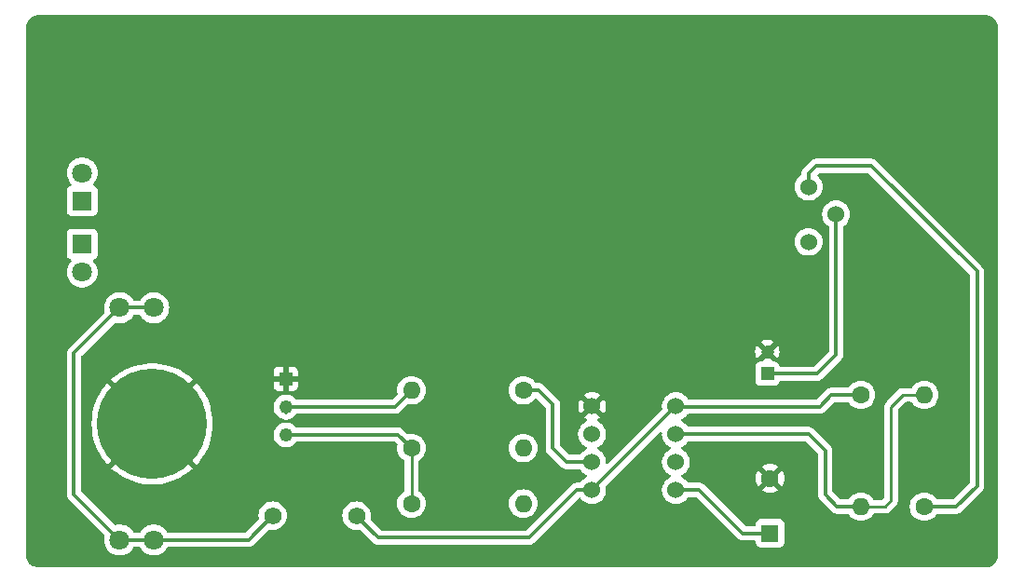
<source format=gbr>
%TF.GenerationSoftware,KiCad,Pcbnew,8.0.3*%
%TF.CreationDate,2024-06-29T12:04:23+02:00*%
%TF.ProjectId,naive-business-card,62757369-6e65-4737-935f-636172642e6b,v01*%
%TF.SameCoordinates,PX6590fa0PY7bfa480*%
%TF.FileFunction,Copper,L1,Top*%
%TF.FilePolarity,Positive*%
%FSLAX46Y46*%
G04 Gerber Fmt 4.6, Leading zero omitted, Abs format (unit mm)*
G04 Created by KiCad (PCBNEW 8.0.3) date 2024-06-29 12:04:23*
%MOMM*%
%LPD*%
G01*
G04 APERTURE LIST*
%TA.AperFunction,ComponentPad*%
%ADD10C,1.575000*%
%TD*%
%TA.AperFunction,SMDPad,CuDef*%
%ADD11C,10.000000*%
%TD*%
%TA.AperFunction,ComponentPad*%
%ADD12C,1.800000*%
%TD*%
%TA.AperFunction,ComponentPad*%
%ADD13R,1.800000X1.800000*%
%TD*%
%TA.AperFunction,ComponentPad*%
%ADD14R,1.200000X1.200000*%
%TD*%
%TA.AperFunction,ComponentPad*%
%ADD15C,1.200000*%
%TD*%
%TA.AperFunction,ComponentPad*%
%ADD16R,1.600000X1.600000*%
%TD*%
%TA.AperFunction,ComponentPad*%
%ADD17C,1.600000*%
%TD*%
%TA.AperFunction,ComponentPad*%
%ADD18O,1.600000X1.600000*%
%TD*%
%TA.AperFunction,ComponentPad*%
%ADD19R,1.234000X1.234000*%
%TD*%
%TA.AperFunction,ComponentPad*%
%ADD20C,1.234000*%
%TD*%
%TA.AperFunction,ComponentPad*%
%ADD21C,1.524000*%
%TD*%
%TA.AperFunction,Conductor*%
%ADD22C,0.300000*%
%TD*%
%TA.AperFunction,Conductor*%
%ADD23C,0.250000*%
%TD*%
%TA.AperFunction,Conductor*%
%ADD24C,0.500000*%
%TD*%
G04 APERTURE END LIST*
D10*
%TO.P,SW1,2*%
%TO.N,+3V0*%
X30920000Y5600000D03*
%TO.P,SW1,1*%
%TO.N,Net-(BT1-+3V0-Pad2)*%
X23300000Y5600000D03*
%TD*%
D11*
%TO.P,BT1,1,GND*%
%TO.N,GND*%
X12350000Y13950000D03*
D12*
%TO.P,BT1,2,+3V0*%
%TO.N,Net-(BT1-+3V0-Pad2)*%
X12500000Y24500000D03*
%TO.P,BT1,3,+3V0*%
X9400000Y24500000D03*
%TO.P,BT1,4,+3V0*%
X12500000Y3400000D03*
%TO.P,BT1,5,+3V0*%
X9400000Y3400000D03*
%TD*%
D13*
%TO.P,D1,1,K*%
%TO.N,+3V0*%
X6000000Y34225000D03*
D12*
%TO.P,D1,2,A*%
%TO.N,Net-(D1-A)*%
X6000000Y36765000D03*
%TD*%
D14*
%TO.P,C1,1*%
%TO.N,/THRES{slash}TRIG*%
X68250000Y18500000D03*
D15*
%TO.P,C1,2*%
%TO.N,GND*%
X68250000Y20500000D03*
%TD*%
D16*
%TO.P,C2,1*%
%TO.N,/CONT*%
X68500000Y4000000D03*
D17*
%TO.P,C2,2*%
%TO.N,GND*%
X68500000Y9000000D03*
%TD*%
%TO.P,R1,1*%
%TO.N,+3V0*%
X76750000Y16580000D03*
D18*
%TO.P,R1,2*%
%TO.N,/DISCH*%
X76750000Y6420000D03*
%TD*%
D17*
%TO.P,R5,1*%
%TO.N,Net-(Q1-C)*%
X35920000Y6700000D03*
D18*
%TO.P,R5,2*%
%TO.N,Net-(D1-A)*%
X46080000Y6700000D03*
%TD*%
D13*
%TO.P,D2,1,K*%
%TO.N,+3V0*%
X6000000Y30275000D03*
D12*
%TO.P,D2,2,A*%
%TO.N,Net-(D1-A)*%
X6000000Y27735000D03*
%TD*%
D19*
%TO.P,Q1,1,E*%
%TO.N,GND*%
X24500000Y18040000D03*
D20*
%TO.P,Q1,2,B*%
%TO.N,Net-(Q1-B)*%
X24500000Y15500000D03*
%TO.P,Q1,3,C*%
%TO.N,Net-(Q1-C)*%
X24500000Y12960000D03*
%TD*%
D21*
%TO.P,U1,1,GND*%
%TO.N,GND*%
X52327500Y15560000D03*
%TO.P,U1,2,TRIG*%
%TO.N,/THRES{slash}TRIG*%
X52327500Y13020000D03*
%TO.P,U1,3,OUT*%
%TO.N,/OUT*%
X52327500Y10480000D03*
%TO.P,U1,4,RESET*%
%TO.N,+3V0*%
X52327500Y7940000D03*
%TO.P,U1,5,CONT*%
%TO.N,/CONT*%
X59947500Y7940000D03*
%TO.P,U1,6,THRES*%
%TO.N,/THRES{slash}TRIG*%
X59947500Y10480000D03*
%TO.P,U1,7,DISCH*%
%TO.N,/DISCH*%
X59947500Y13020000D03*
%TO.P,U1,8,VDD*%
%TO.N,+3V0*%
X59947500Y15560000D03*
%TD*%
D17*
%TO.P,R4,1*%
%TO.N,Net-(Q1-C)*%
X35920000Y11750000D03*
D18*
%TO.P,R4,2*%
%TO.N,Net-(D1-A)*%
X46080000Y11750000D03*
%TD*%
D17*
%TO.P,R3,1*%
%TO.N,/OUT*%
X46080000Y17000000D03*
D18*
%TO.P,R3,2*%
%TO.N,Net-(Q1-B)*%
X35920000Y17000000D03*
%TD*%
D21*
%TO.P,RV1,1,1*%
%TO.N,Net-(R2-Pad1)*%
X72000000Y35500000D03*
%TO.P,RV1,2,2*%
%TO.N,/THRES{slash}TRIG*%
X74500000Y33000000D03*
%TO.P,RV1,3,3*%
%TO.N,unconnected-(RV1-Pad3)*%
X72000000Y30500000D03*
%TD*%
D17*
%TO.P,R2,1*%
%TO.N,Net-(R2-Pad1)*%
X82500000Y6420000D03*
D18*
%TO.P,R2,2*%
%TO.N,/DISCH*%
X82500000Y16580000D03*
%TD*%
D22*
%TO.N,/THRES{slash}TRIG*%
X68250000Y18500000D02*
X72750000Y18500000D01*
X74500000Y20250000D02*
X74500000Y33000000D01*
X72750000Y18500000D02*
X74500000Y20250000D01*
%TO.N,/CONT*%
X62060000Y7940000D02*
X66000000Y4000000D01*
X66000000Y4000000D02*
X68000000Y4000000D01*
X59947500Y7940000D02*
X62060000Y7940000D01*
%TO.N,+3V0*%
X32900000Y3600000D02*
X46600000Y3600000D01*
X60007500Y15500000D02*
X73000000Y15500000D01*
X73000000Y15500000D02*
X74080000Y16580000D01*
%TO.N,Net-(BT1-+3V0-Pad2)*%
X12500000Y3400000D02*
X21090000Y3400000D01*
X12500000Y24500000D02*
X9400000Y24500000D01*
%TO.N,+3V0*%
X50940000Y7940000D02*
X52327500Y7940000D01*
%TO.N,Net-(BT1-+3V0-Pad2)*%
X21090000Y3400000D02*
X23190000Y5500000D01*
%TO.N,+3V0*%
X30900000Y5600000D02*
X32900000Y3600000D01*
X46600000Y3600000D02*
X50940000Y7940000D01*
X59947500Y15752500D02*
X59900000Y15800000D01*
%TO.N,Net-(BT1-+3V0-Pad2)*%
X5250000Y7550000D02*
X9400000Y3400000D01*
%TO.N,+3V0*%
X74080000Y16580000D02*
X76500000Y16580000D01*
%TO.N,Net-(BT1-+3V0-Pad2)*%
X5250000Y20350000D02*
X5250000Y7550000D01*
%TO.N,+3V0*%
X59947500Y15560000D02*
X59947500Y15752500D01*
X59947500Y15560000D02*
X60007500Y15500000D01*
%TO.N,Net-(BT1-+3V0-Pad2)*%
X9400000Y3400000D02*
X12500000Y3400000D01*
%TO.N,+3V0*%
X59947500Y15560000D02*
X52327500Y7940000D01*
%TO.N,Net-(BT1-+3V0-Pad2)*%
X9400000Y24500000D02*
X5250000Y20350000D01*
%TO.N,Net-(Q1-C)*%
X24500000Y12960000D02*
X34710000Y12960000D01*
X35920000Y6700000D02*
X35920000Y7000000D01*
D23*
X35920000Y11750000D02*
X35920000Y6700000D01*
D22*
X34710000Y12960000D02*
X35920000Y11750000D01*
%TO.N,Net-(Q1-B)*%
X24500000Y15500000D02*
X24750000Y15750000D01*
X34420000Y15500000D02*
X35920000Y17000000D01*
X24500000Y15500000D02*
X34420000Y15500000D01*
X24520000Y14980000D02*
X24500000Y15000000D01*
D23*
X24500000Y15500000D02*
X24500000Y15750000D01*
D22*
%TO.N,/DISCH*%
X73500000Y7500000D02*
X74580000Y6420000D01*
D23*
X79500000Y15500000D02*
X80580000Y16580000D01*
X78920000Y6420000D02*
X79500000Y7000000D01*
X59947500Y13020000D02*
X59947500Y13247500D01*
D22*
X74580000Y6420000D02*
X76750000Y6420000D01*
D23*
X76750000Y6420000D02*
X78920000Y6420000D01*
X80580000Y16580000D02*
X82500000Y16580000D01*
D22*
X73500000Y11500000D02*
X73500000Y7500000D01*
D23*
X79500000Y7000000D02*
X79500000Y15500000D01*
D22*
X59947500Y13020000D02*
X71980000Y13020000D01*
X71980000Y13020000D02*
X73500000Y11500000D01*
X59947500Y13247500D02*
X60100000Y13400000D01*
D24*
%TO.N,/OUT*%
X52020000Y10480000D02*
X52000000Y10500000D01*
D22*
X47500000Y17000000D02*
X46080000Y17000000D01*
X50020000Y10480000D02*
X48750000Y11750000D01*
X48750000Y11750000D02*
X48750000Y15750000D01*
X48750000Y15750000D02*
X47500000Y17000000D01*
D24*
X52327500Y10480000D02*
X52020000Y10480000D01*
D22*
X52327500Y10480000D02*
X50020000Y10480000D01*
%TO.N,Net-(R2-Pad1)*%
X77700000Y37400000D02*
X72700000Y37400000D01*
X87300000Y8300000D02*
X87300000Y27800000D01*
X85420000Y6420000D02*
X87300000Y8300000D01*
X72700000Y37400000D02*
X72000000Y36700000D01*
X72000000Y36700000D02*
X72000000Y35500000D01*
X87300000Y27800000D02*
X77700000Y37400000D01*
X82750000Y6420000D02*
X85420000Y6420000D01*
%TD*%
%TA.AperFunction,Conductor*%
%TO.N,GND*%
G36*
X88105433Y51099079D02*
G01*
X88280160Y51083787D01*
X88301443Y51080034D01*
X88465613Y51036040D01*
X88485922Y51028647D01*
X88639957Y50956816D01*
X88658674Y50946009D01*
X88797894Y50848525D01*
X88814451Y50834632D01*
X88934631Y50714452D01*
X88948524Y50697895D01*
X89046008Y50558675D01*
X89056815Y50539958D01*
X89128646Y50385923D01*
X89136039Y50365613D01*
X89180032Y50201446D01*
X89183786Y50180159D01*
X89199077Y50005434D01*
X89199549Y49994624D01*
X89199500Y2037596D01*
X89199500Y1995413D01*
X89199028Y1984605D01*
X89183741Y1809884D01*
X89179988Y1788599D01*
X89135999Y1624427D01*
X89128606Y1604115D01*
X89056779Y1450082D01*
X89045972Y1431364D01*
X88948488Y1292142D01*
X88934594Y1275584D01*
X88814416Y1155406D01*
X88797858Y1141512D01*
X88658636Y1044028D01*
X88639918Y1033221D01*
X88485885Y961394D01*
X88465573Y954001D01*
X88301401Y910012D01*
X88280115Y906259D01*
X88105397Y890973D01*
X88094576Y890501D01*
X2047566Y900443D01*
X2047515Y900448D01*
X1995843Y900449D01*
X1995757Y900474D01*
X1995583Y900450D01*
X1995561Y900450D01*
X1995117Y900450D01*
X1984572Y900922D01*
X1809840Y916214D01*
X1788554Y919968D01*
X1624387Y963961D01*
X1604077Y971354D01*
X1450042Y1043185D01*
X1431325Y1053992D01*
X1292105Y1151476D01*
X1275548Y1165369D01*
X1155368Y1285549D01*
X1141475Y1302106D01*
X1043991Y1441326D01*
X1033184Y1460043D01*
X961353Y1614078D01*
X953960Y1634388D01*
X909967Y1798555D01*
X906213Y1819841D01*
X890922Y1994555D01*
X890450Y2005392D01*
X890636Y2894728D01*
X894304Y20414072D01*
X4599500Y20414072D01*
X4599500Y7485929D01*
X4620954Y7378077D01*
X4624499Y7360256D01*
X4673535Y7241873D01*
X4737262Y7146498D01*
X4744726Y7135327D01*
X4744727Y7135326D01*
X8011506Y3868548D01*
X8044991Y3807225D01*
X8044031Y3750428D01*
X8013865Y3631304D01*
X7994700Y3400007D01*
X7994700Y3399994D01*
X8013864Y3168703D01*
X8013866Y3168692D01*
X8070842Y2943700D01*
X8164075Y2731152D01*
X8291016Y2536853D01*
X8291019Y2536849D01*
X8291021Y2536847D01*
X8448216Y2366087D01*
X8448219Y2366085D01*
X8448222Y2366082D01*
X8631365Y2223536D01*
X8631371Y2223532D01*
X8631374Y2223530D01*
X8835497Y2113064D01*
X8949487Y2073932D01*
X9055015Y2037703D01*
X9055017Y2037703D01*
X9055019Y2037702D01*
X9283951Y1999500D01*
X9283952Y1999500D01*
X9516048Y1999500D01*
X9516049Y1999500D01*
X9744981Y2037702D01*
X9964503Y2113064D01*
X10168626Y2223530D01*
X10351784Y2366087D01*
X10508979Y2536847D01*
X10611209Y2693322D01*
X10664354Y2738678D01*
X10715017Y2749500D01*
X11184983Y2749500D01*
X11252022Y2729815D01*
X11288792Y2693321D01*
X11391016Y2536853D01*
X11391019Y2536849D01*
X11391021Y2536847D01*
X11548216Y2366087D01*
X11548219Y2366085D01*
X11548222Y2366082D01*
X11731365Y2223536D01*
X11731371Y2223532D01*
X11731374Y2223530D01*
X11935497Y2113064D01*
X12049487Y2073932D01*
X12155015Y2037703D01*
X12155017Y2037703D01*
X12155019Y2037702D01*
X12383951Y1999500D01*
X12383952Y1999500D01*
X12616048Y1999500D01*
X12616049Y1999500D01*
X12844981Y2037702D01*
X13064503Y2113064D01*
X13268626Y2223530D01*
X13451784Y2366087D01*
X13608979Y2536847D01*
X13711209Y2693322D01*
X13764354Y2738678D01*
X13815017Y2749500D01*
X21154071Y2749500D01*
X21238615Y2766318D01*
X21279744Y2774499D01*
X21398127Y2823535D01*
X21504669Y2894723D01*
X22915382Y4305438D01*
X22976703Y4338921D01*
X23035156Y4337530D01*
X23075487Y4326722D01*
X23260714Y4310518D01*
X23299998Y4307080D01*
X23300000Y4307080D01*
X23300002Y4307080D01*
X23356128Y4311991D01*
X23524513Y4326722D01*
X23742205Y4385053D01*
X23946460Y4480298D01*
X24131073Y4609566D01*
X24290434Y4768927D01*
X24419702Y4953540D01*
X24514947Y5157795D01*
X24573278Y5375487D01*
X24590246Y5569433D01*
X24592920Y5599998D01*
X24592920Y5600003D01*
X29627080Y5600003D01*
X29627080Y5599998D01*
X29646721Y5375493D01*
X29646722Y5375486D01*
X29705051Y5157800D01*
X29705055Y5157789D01*
X29800296Y4953544D01*
X29800302Y4953534D01*
X29874293Y4847865D01*
X29929566Y4768927D01*
X30088927Y4609566D01*
X30273540Y4480298D01*
X30373001Y4433919D01*
X30477788Y4385056D01*
X30477790Y4385056D01*
X30477795Y4385053D01*
X30695487Y4326722D01*
X30855853Y4312692D01*
X30919998Y4307080D01*
X30920000Y4307080D01*
X30920002Y4307080D01*
X30951118Y4309803D01*
X31144513Y4326722D01*
X31161179Y4331188D01*
X31231027Y4329529D01*
X31280958Y4299096D01*
X31948750Y3631305D01*
X32394724Y3185331D01*
X32485327Y3094728D01*
X32485332Y3094723D01*
X32591866Y3023539D01*
X32591872Y3023536D01*
X32591873Y3023535D01*
X32710256Y2974499D01*
X32710260Y2974499D01*
X32710261Y2974498D01*
X32835928Y2949500D01*
X32835931Y2949500D01*
X46664071Y2949500D01*
X46748615Y2966318D01*
X46789744Y2974499D01*
X46908127Y3023535D01*
X47014669Y3094723D01*
X51123957Y7204012D01*
X51185278Y7237495D01*
X51254970Y7232511D01*
X51310903Y7190639D01*
X51313211Y7187452D01*
X51356670Y7125385D01*
X51356675Y7125379D01*
X51512878Y6969176D01*
X51512884Y6969171D01*
X51693833Y6842469D01*
X51693835Y6842468D01*
X51693838Y6842466D01*
X51894050Y6749106D01*
X52107432Y6691930D01*
X52264623Y6678178D01*
X52327498Y6672677D01*
X52327500Y6672677D01*
X52327502Y6672677D01*
X52382517Y6677491D01*
X52547568Y6691930D01*
X52760950Y6749106D01*
X52961162Y6842466D01*
X53142120Y6969174D01*
X53298326Y7125380D01*
X53425034Y7306338D01*
X53518394Y7506550D01*
X53575570Y7719932D01*
X53594823Y7940000D01*
X53575570Y8160068D01*
X53571265Y8176134D01*
X53572924Y8245983D01*
X53603355Y8295911D01*
X58473095Y13165651D01*
X58534416Y13199134D01*
X58604108Y13194150D01*
X58660041Y13152278D01*
X58684458Y13086814D01*
X58684302Y13067163D01*
X58680177Y13020006D01*
X58680177Y13019998D01*
X58699429Y12799938D01*
X58699430Y12799930D01*
X58756604Y12586555D01*
X58756605Y12586553D01*
X58756606Y12586550D01*
X58842320Y12402735D01*
X58849966Y12386338D01*
X58849968Y12386334D01*
X58976670Y12205385D01*
X58976675Y12205379D01*
X59132878Y12049176D01*
X59132884Y12049171D01*
X59313833Y11922469D01*
X59313835Y11922468D01*
X59313838Y11922466D01*
X59403713Y11880557D01*
X59442689Y11862382D01*
X59495128Y11816210D01*
X59514280Y11749016D01*
X59494064Y11682135D01*
X59442689Y11637618D01*
X59313840Y11577535D01*
X59313838Y11577534D01*
X59132877Y11450825D01*
X58976675Y11294623D01*
X58849966Y11113662D01*
X58849965Y11113660D01*
X58756607Y10913452D01*
X58756604Y10913446D01*
X58699430Y10700071D01*
X58699429Y10700063D01*
X58680177Y10480003D01*
X58680177Y10479998D01*
X58699429Y10259938D01*
X58699430Y10259930D01*
X58756604Y10046555D01*
X58756605Y10046553D01*
X58756606Y10046550D01*
X58846161Y9854498D01*
X58849966Y9846338D01*
X58849968Y9846334D01*
X58976670Y9665385D01*
X58976675Y9665379D01*
X59132878Y9509176D01*
X59132884Y9509171D01*
X59313833Y9382469D01*
X59313835Y9382468D01*
X59313838Y9382466D01*
X59433248Y9326785D01*
X59442689Y9322382D01*
X59495128Y9276210D01*
X59514280Y9209016D01*
X59494064Y9142135D01*
X59442689Y9097618D01*
X59313840Y9037535D01*
X59313838Y9037534D01*
X59132877Y8910825D01*
X58976675Y8754623D01*
X58849966Y8573662D01*
X58849965Y8573660D01*
X58756607Y8373452D01*
X58756604Y8373446D01*
X58699430Y8160071D01*
X58699429Y8160063D01*
X58680177Y7940003D01*
X58680177Y7939998D01*
X58699429Y7719938D01*
X58699430Y7719930D01*
X58756604Y7506555D01*
X58756605Y7506553D01*
X58756606Y7506550D01*
X58816514Y7378077D01*
X58849966Y7306338D01*
X58849968Y7306334D01*
X58976670Y7125385D01*
X58976675Y7125379D01*
X59132878Y6969176D01*
X59132884Y6969171D01*
X59313833Y6842469D01*
X59313835Y6842468D01*
X59313838Y6842466D01*
X59514050Y6749106D01*
X59727432Y6691930D01*
X59884623Y6678178D01*
X59947498Y6672677D01*
X59947500Y6672677D01*
X59947502Y6672677D01*
X60002517Y6677491D01*
X60167568Y6691930D01*
X60380950Y6749106D01*
X60581162Y6842466D01*
X60762120Y6969174D01*
X60918326Y7125380D01*
X60996219Y7236624D01*
X61050796Y7280248D01*
X61097794Y7289500D01*
X61739192Y7289500D01*
X61806231Y7269815D01*
X61826873Y7253181D01*
X65585326Y3494727D01*
X65585327Y3494726D01*
X65585330Y3494724D01*
X65688236Y3425965D01*
X65691871Y3423536D01*
X65691872Y3423536D01*
X65691873Y3423535D01*
X65810256Y3374499D01*
X65810260Y3374499D01*
X65810261Y3374498D01*
X65935928Y3349500D01*
X65935931Y3349500D01*
X67075501Y3349500D01*
X67142540Y3329815D01*
X67188295Y3277011D01*
X67199501Y3225500D01*
X67199501Y3152124D01*
X67205908Y3092517D01*
X67256202Y2957672D01*
X67256206Y2957665D01*
X67342452Y2842456D01*
X67342455Y2842453D01*
X67457664Y2756207D01*
X67457671Y2756203D01*
X67592517Y2705909D01*
X67592516Y2705909D01*
X67599444Y2705165D01*
X67652127Y2699500D01*
X69347872Y2699501D01*
X69407483Y2705909D01*
X69542331Y2756204D01*
X69657546Y2842454D01*
X69743796Y2957669D01*
X69794091Y3092517D01*
X69800500Y3152127D01*
X69800499Y4847872D01*
X69794091Y4907483D01*
X69776911Y4953544D01*
X69743797Y5042329D01*
X69743793Y5042336D01*
X69657547Y5157545D01*
X69657544Y5157548D01*
X69542335Y5243794D01*
X69542328Y5243798D01*
X69407482Y5294092D01*
X69407483Y5294092D01*
X69347883Y5300499D01*
X69347881Y5300500D01*
X69347873Y5300500D01*
X69347864Y5300500D01*
X67652129Y5300500D01*
X67652123Y5300499D01*
X67592516Y5294092D01*
X67457671Y5243798D01*
X67457664Y5243794D01*
X67342455Y5157548D01*
X67342452Y5157545D01*
X67256206Y5042336D01*
X67256202Y5042329D01*
X67205908Y4907483D01*
X67199501Y4847884D01*
X67199501Y4847877D01*
X67199500Y4847865D01*
X67199500Y4774500D01*
X67179815Y4707461D01*
X67127011Y4661706D01*
X67075500Y4650500D01*
X66320808Y4650500D01*
X66253769Y4670185D01*
X66233127Y4686819D01*
X62474674Y8445273D01*
X62474673Y8445274D01*
X62467600Y8450000D01*
X62368127Y8516465D01*
X62278067Y8553769D01*
X62249744Y8565501D01*
X62249738Y8565503D01*
X62124071Y8590500D01*
X62124069Y8590500D01*
X61097794Y8590500D01*
X61030755Y8610185D01*
X60996219Y8643377D01*
X60918327Y8754619D01*
X60899545Y8773401D01*
X60762120Y8910826D01*
X60762116Y8910829D01*
X60762115Y8910830D01*
X60634763Y9000003D01*
X67195034Y9000003D01*
X67195034Y8999998D01*
X67214858Y8773401D01*
X67214860Y8773390D01*
X67273730Y8553683D01*
X67273735Y8553669D01*
X67369863Y8347522D01*
X67420974Y8274528D01*
X68100000Y8953554D01*
X68100000Y8947339D01*
X68127259Y8845606D01*
X68179920Y8754394D01*
X68254394Y8679920D01*
X68345606Y8627259D01*
X68447339Y8600000D01*
X68453553Y8600000D01*
X67774526Y7920975D01*
X67847513Y7869868D01*
X67847521Y7869864D01*
X68053668Y7773736D01*
X68053682Y7773731D01*
X68273389Y7714861D01*
X68273400Y7714859D01*
X68499998Y7695034D01*
X68500002Y7695034D01*
X68726599Y7714859D01*
X68726610Y7714861D01*
X68946317Y7773731D01*
X68946331Y7773736D01*
X69152478Y7869864D01*
X69225471Y7920976D01*
X68546447Y8600000D01*
X68552661Y8600000D01*
X68654394Y8627259D01*
X68745606Y8679920D01*
X68820080Y8754394D01*
X68872741Y8845606D01*
X68900000Y8947339D01*
X68900000Y8953553D01*
X69579024Y8274529D01*
X69630136Y8347522D01*
X69726264Y8553669D01*
X69726269Y8553683D01*
X69785139Y8773390D01*
X69785141Y8773401D01*
X69804966Y8999998D01*
X69804966Y9000003D01*
X69785141Y9226600D01*
X69785139Y9226611D01*
X69726269Y9446318D01*
X69726264Y9446332D01*
X69630136Y9652479D01*
X69630132Y9652487D01*
X69579025Y9725474D01*
X68900000Y9046449D01*
X68900000Y9052661D01*
X68872741Y9154394D01*
X68820080Y9245606D01*
X68745606Y9320080D01*
X68654394Y9372741D01*
X68552661Y9400000D01*
X68546448Y9400000D01*
X69225472Y10079026D01*
X69152478Y10130137D01*
X68946331Y10226265D01*
X68946317Y10226270D01*
X68726610Y10285140D01*
X68726599Y10285142D01*
X68500002Y10304966D01*
X68499998Y10304966D01*
X68273400Y10285142D01*
X68273389Y10285140D01*
X68053682Y10226270D01*
X68053673Y10226266D01*
X67847516Y10130134D01*
X67847512Y10130132D01*
X67774526Y10079027D01*
X67774526Y10079026D01*
X68453553Y9400000D01*
X68447339Y9400000D01*
X68345606Y9372741D01*
X68254394Y9320080D01*
X68179920Y9245606D01*
X68127259Y9154394D01*
X68100000Y9052661D01*
X68100000Y9046448D01*
X67420974Y9725474D01*
X67420973Y9725474D01*
X67369868Y9652488D01*
X67369866Y9652484D01*
X67273734Y9446327D01*
X67273730Y9446318D01*
X67214860Y9226611D01*
X67214858Y9226600D01*
X67195034Y9000003D01*
X60634763Y9000003D01*
X60581166Y9037532D01*
X60581158Y9037536D01*
X60452311Y9097618D01*
X60399871Y9143790D01*
X60380719Y9210983D01*
X60400935Y9277865D01*
X60452311Y9322382D01*
X60458302Y9325176D01*
X60581162Y9382466D01*
X60762120Y9509174D01*
X60918326Y9665380D01*
X61045034Y9846338D01*
X61138394Y10046550D01*
X61195570Y10259932D01*
X61214823Y10480000D01*
X61213802Y10491665D01*
X61204075Y10602851D01*
X61195570Y10700068D01*
X61138394Y10913450D01*
X61045034Y11113661D01*
X60918326Y11294620D01*
X60762120Y11450826D01*
X60762116Y11450829D01*
X60762115Y11450830D01*
X60581162Y11577534D01*
X60581158Y11577536D01*
X60452311Y11637618D01*
X60399871Y11683790D01*
X60380719Y11750983D01*
X60400935Y11817865D01*
X60452311Y11862382D01*
X60491287Y11880557D01*
X60581162Y11922466D01*
X60762120Y12049174D01*
X60918326Y12205380D01*
X60996219Y12316624D01*
X61050796Y12360248D01*
X61097794Y12369500D01*
X71659192Y12369500D01*
X71726231Y12349815D01*
X71746873Y12333181D01*
X72813181Y11266873D01*
X72846666Y11205550D01*
X72849500Y11179192D01*
X72849500Y7435931D01*
X72849500Y7435929D01*
X72849499Y7435929D01*
X72872460Y7320503D01*
X72874498Y7310259D01*
X72874499Y7310255D01*
X72923533Y7191875D01*
X72967964Y7125379D01*
X72980365Y7106819D01*
X72994726Y7085327D01*
X74165325Y5914728D01*
X74165332Y5914722D01*
X74271863Y5843541D01*
X74271865Y5843540D01*
X74271874Y5843534D01*
X74291254Y5835507D01*
X74317789Y5824515D01*
X74317794Y5824514D01*
X74317796Y5824513D01*
X74390256Y5794499D01*
X74390260Y5794499D01*
X74390261Y5794498D01*
X74515928Y5769500D01*
X74515931Y5769500D01*
X75553317Y5769500D01*
X75620356Y5749815D01*
X75654892Y5716623D01*
X75749954Y5580859D01*
X75910858Y5419955D01*
X75947166Y5394532D01*
X76097266Y5289432D01*
X76303504Y5193261D01*
X76523308Y5134365D01*
X76685230Y5120199D01*
X76749998Y5114532D01*
X76750000Y5114532D01*
X76750002Y5114532D01*
X76806673Y5119491D01*
X76976692Y5134365D01*
X77196496Y5193261D01*
X77402734Y5289432D01*
X77589139Y5419953D01*
X77750047Y5580861D01*
X77862613Y5741623D01*
X77917189Y5785248D01*
X77964188Y5794500D01*
X78981608Y5794500D01*
X78981608Y5794501D01*
X79050111Y5808126D01*
X79102452Y5818537D01*
X79162800Y5843534D01*
X79216286Y5865688D01*
X79279799Y5908127D01*
X79318733Y5934142D01*
X79405858Y6021267D01*
X79405859Y6021269D01*
X79412925Y6028335D01*
X79412928Y6028339D01*
X79898729Y6514140D01*
X79898733Y6514142D01*
X79985858Y6601267D01*
X80033573Y6672677D01*
X80046435Y6691926D01*
X80046436Y6691929D01*
X80046437Y6691930D01*
X80054312Y6703715D01*
X80073113Y6749105D01*
X80089510Y6788690D01*
X80094838Y6801556D01*
X80101463Y6817548D01*
X80108922Y6855052D01*
X80119029Y6905859D01*
X80119029Y6905865D01*
X80125500Y6938390D01*
X80125500Y15189548D01*
X80145185Y15256587D01*
X80161819Y15277229D01*
X80802772Y15918181D01*
X80864095Y15951666D01*
X80890453Y15954500D01*
X81285812Y15954500D01*
X81352851Y15934815D01*
X81387387Y15901623D01*
X81499954Y15740859D01*
X81660858Y15579955D01*
X81660861Y15579953D01*
X81847266Y15449432D01*
X82053504Y15353261D01*
X82273308Y15294365D01*
X82435230Y15280199D01*
X82499998Y15274532D01*
X82500000Y15274532D01*
X82500002Y15274532D01*
X82556673Y15279491D01*
X82726692Y15294365D01*
X82946496Y15353261D01*
X83152734Y15449432D01*
X83339139Y15579953D01*
X83500047Y15740861D01*
X83630568Y15927266D01*
X83726739Y16133504D01*
X83785635Y16353308D01*
X83805468Y16580000D01*
X83785635Y16806692D01*
X83726739Y17026496D01*
X83630568Y17232734D01*
X83500047Y17419139D01*
X83500045Y17419142D01*
X83339141Y17580046D01*
X83152734Y17710568D01*
X83152732Y17710569D01*
X82946497Y17806739D01*
X82946488Y17806742D01*
X82726697Y17865634D01*
X82726693Y17865635D01*
X82726692Y17865635D01*
X82726691Y17865636D01*
X82726686Y17865636D01*
X82500002Y17885468D01*
X82499998Y17885468D01*
X82273313Y17865636D01*
X82273302Y17865634D01*
X82053511Y17806742D01*
X82053502Y17806739D01*
X81847267Y17710569D01*
X81847265Y17710568D01*
X81660858Y17580046D01*
X81499954Y17419142D01*
X81387387Y17258377D01*
X81332811Y17214752D01*
X81285812Y17205500D01*
X80647741Y17205500D01*
X80647721Y17205501D01*
X80641607Y17205501D01*
X80518394Y17205501D01*
X80417597Y17185452D01*
X80417592Y17185452D01*
X80397549Y17181464D01*
X80397547Y17181464D01*
X80350397Y17161933D01*
X80283719Y17134315D01*
X80283717Y17134314D01*
X80181266Y17065859D01*
X80181263Y17065856D01*
X79101269Y15985860D01*
X79014144Y15898736D01*
X79014138Y15898728D01*
X78945690Y15796292D01*
X78945688Y15796287D01*
X78926409Y15749743D01*
X78901558Y15689744D01*
X78901557Y15689742D01*
X78898538Y15682456D01*
X78898537Y15682453D01*
X78877457Y15576469D01*
X78877455Y15576463D01*
X78874500Y15561611D01*
X78874500Y7310452D01*
X78854815Y7243413D01*
X78838181Y7222771D01*
X78697229Y7081819D01*
X78635906Y7048334D01*
X78609548Y7045500D01*
X77964188Y7045500D01*
X77897149Y7065185D01*
X77862613Y7098377D01*
X77750045Y7259142D01*
X77589141Y7420046D01*
X77402734Y7550568D01*
X77402732Y7550569D01*
X77196497Y7646739D01*
X77196488Y7646742D01*
X76976697Y7705634D01*
X76976693Y7705635D01*
X76976692Y7705635D01*
X76976691Y7705636D01*
X76976686Y7705636D01*
X76750002Y7725468D01*
X76749998Y7725468D01*
X76523313Y7705636D01*
X76523302Y7705634D01*
X76303511Y7646742D01*
X76303502Y7646739D01*
X76097267Y7550569D01*
X76097265Y7550568D01*
X75910858Y7420046D01*
X75749954Y7259142D01*
X75654892Y7123377D01*
X75600315Y7079752D01*
X75553317Y7070500D01*
X74900808Y7070500D01*
X74833769Y7090185D01*
X74813127Y7106819D01*
X74186819Y7733127D01*
X74153334Y7794450D01*
X74150500Y7820808D01*
X74150500Y11564072D01*
X74125502Y11689739D01*
X74125501Y11689740D01*
X74125501Y11689744D01*
X74099433Y11752677D01*
X74091458Y11771930D01*
X74076469Y11808119D01*
X74076468Y11808120D01*
X74076466Y11808126D01*
X74053498Y11842500D01*
X74005278Y11914668D01*
X74005272Y11914675D01*
X72394673Y13525274D01*
X72394669Y13525277D01*
X72288127Y13596465D01*
X72169744Y13645501D01*
X72166068Y13646233D01*
X72166064Y13646235D01*
X72166064Y13646233D01*
X72044071Y13670500D01*
X72044069Y13670500D01*
X61097794Y13670500D01*
X61030755Y13690185D01*
X60996219Y13723377D01*
X60918327Y13834619D01*
X60897340Y13855606D01*
X60762120Y13990826D01*
X60762116Y13990829D01*
X60762115Y13990830D01*
X60581166Y14117532D01*
X60581158Y14117536D01*
X60452311Y14177618D01*
X60399871Y14223790D01*
X60380719Y14290983D01*
X60400935Y14357865D01*
X60452311Y14402382D01*
X60483318Y14416841D01*
X60581162Y14462466D01*
X60762120Y14589174D01*
X60918326Y14745380D01*
X60954208Y14796626D01*
X61008784Y14840248D01*
X61055782Y14849500D01*
X73064071Y14849500D01*
X73148615Y14866318D01*
X73189744Y14874499D01*
X73308127Y14923535D01*
X73326679Y14935931D01*
X73414669Y14994723D01*
X74313127Y15893181D01*
X74374450Y15926666D01*
X74400808Y15929500D01*
X75553317Y15929500D01*
X75620356Y15909815D01*
X75654892Y15876623D01*
X75749954Y15740859D01*
X75910858Y15579955D01*
X75910861Y15579953D01*
X76097266Y15449432D01*
X76303504Y15353261D01*
X76523308Y15294365D01*
X76685230Y15280199D01*
X76749998Y15274532D01*
X76750000Y15274532D01*
X76750002Y15274532D01*
X76806673Y15279491D01*
X76976692Y15294365D01*
X77196496Y15353261D01*
X77402734Y15449432D01*
X77589139Y15579953D01*
X77750047Y15740861D01*
X77880568Y15927266D01*
X77976739Y16133504D01*
X78035635Y16353308D01*
X78055468Y16580000D01*
X78035635Y16806692D01*
X77976739Y17026496D01*
X77880568Y17232734D01*
X77750047Y17419139D01*
X77750045Y17419142D01*
X77589141Y17580046D01*
X77402734Y17710568D01*
X77402732Y17710569D01*
X77196497Y17806739D01*
X77196488Y17806742D01*
X76976697Y17865634D01*
X76976693Y17865635D01*
X76976692Y17865635D01*
X76976691Y17865636D01*
X76976686Y17865636D01*
X76750002Y17885468D01*
X76749998Y17885468D01*
X76523313Y17865636D01*
X76523302Y17865634D01*
X76303511Y17806742D01*
X76303502Y17806739D01*
X76097267Y17710569D01*
X76097265Y17710568D01*
X75910858Y17580046D01*
X75749954Y17419142D01*
X75654892Y17283377D01*
X75600315Y17239752D01*
X75553317Y17230500D01*
X74015929Y17230500D01*
X73890261Y17205503D01*
X73890251Y17205500D01*
X73852212Y17189743D01*
X73771881Y17156470D01*
X73771863Y17156460D01*
X73665332Y17085279D01*
X73665325Y17085273D01*
X72766873Y16186819D01*
X72705550Y16153334D01*
X72679192Y16150500D01*
X61139805Y16150500D01*
X61072766Y16170185D01*
X61038232Y16203375D01*
X60918326Y16374620D01*
X60762120Y16530826D01*
X60762116Y16530829D01*
X60762115Y16530830D01*
X60581166Y16657532D01*
X60581162Y16657534D01*
X60567971Y16663685D01*
X60380950Y16750894D01*
X60380947Y16750895D01*
X60380945Y16750896D01*
X60167570Y16808070D01*
X60167562Y16808071D01*
X59947502Y16827323D01*
X59947498Y16827323D01*
X59727437Y16808071D01*
X59727429Y16808070D01*
X59514054Y16750896D01*
X59514048Y16750893D01*
X59313840Y16657535D01*
X59313838Y16657534D01*
X59132877Y16530825D01*
X58976675Y16374623D01*
X58849966Y16193662D01*
X58849965Y16193660D01*
X58756607Y15993452D01*
X58756604Y15993446D01*
X58699430Y15780071D01*
X58699429Y15780063D01*
X58680177Y15560003D01*
X58680177Y15559998D01*
X58699429Y15339938D01*
X58699431Y15339925D01*
X58703736Y15323859D01*
X58702071Y15254010D01*
X58671641Y15204089D01*
X53801906Y10334354D01*
X53740583Y10300869D01*
X53670891Y10305853D01*
X53614958Y10347725D01*
X53590541Y10413189D01*
X53590697Y10432843D01*
X53594823Y10480000D01*
X53594823Y10480003D01*
X53584075Y10602851D01*
X53575570Y10700068D01*
X53518394Y10913450D01*
X53425034Y11113661D01*
X53298326Y11294620D01*
X53142120Y11450826D01*
X53142116Y11450829D01*
X53142115Y11450830D01*
X52961162Y11577534D01*
X52961158Y11577536D01*
X52832311Y11637618D01*
X52779871Y11683790D01*
X52760719Y11750983D01*
X52780935Y11817865D01*
X52832311Y11862382D01*
X52871287Y11880557D01*
X52961162Y11922466D01*
X53142120Y12049174D01*
X53298326Y12205380D01*
X53425034Y12386338D01*
X53518394Y12586550D01*
X53575570Y12799932D01*
X53594823Y13020000D01*
X53594822Y13020006D01*
X53583250Y13152278D01*
X53575570Y13240068D01*
X53518394Y13453450D01*
X53425034Y13653661D01*
X53298326Y13834620D01*
X53142120Y13990826D01*
X53142116Y13990829D01*
X53142115Y13990830D01*
X52961166Y14117532D01*
X52961162Y14117534D01*
X52831718Y14177895D01*
X52779279Y14224068D01*
X52760127Y14291261D01*
X52780343Y14358142D01*
X52831719Y14402660D01*
X52960916Y14462905D01*
X52960917Y14462906D01*
X53025688Y14508259D01*
X52354948Y15179000D01*
X52377660Y15179000D01*
X52474561Y15204964D01*
X52561440Y15255124D01*
X52632376Y15326060D01*
X52682536Y15412939D01*
X52708500Y15509840D01*
X52708500Y15532553D01*
X53379241Y14861812D01*
X53424594Y14926583D01*
X53424600Y14926593D01*
X53517919Y15126716D01*
X53517924Y15126730D01*
X53575073Y15340014D01*
X53575075Y15340024D01*
X53594321Y15560000D01*
X53594321Y15560001D01*
X53575075Y15779977D01*
X53575073Y15779987D01*
X53517924Y15993271D01*
X53517920Y15993280D01*
X53424596Y16193414D01*
X53379241Y16258189D01*
X53379240Y16258190D01*
X52708500Y15587449D01*
X52708500Y15610160D01*
X52682536Y15707061D01*
X52632376Y15793940D01*
X52561440Y15864876D01*
X52474561Y15915036D01*
X52377660Y15941000D01*
X52354948Y15941000D01*
X53025688Y16611741D01*
X53025687Y16611742D01*
X52960911Y16657099D01*
X52960905Y16657102D01*
X52760784Y16750420D01*
X52760770Y16750425D01*
X52547486Y16807574D01*
X52547476Y16807576D01*
X52327501Y16826821D01*
X52327499Y16826821D01*
X52107523Y16807576D01*
X52107513Y16807574D01*
X51894229Y16750425D01*
X51894220Y16750421D01*
X51694090Y16657099D01*
X51629311Y16611742D01*
X52300053Y15941000D01*
X52277340Y15941000D01*
X52180439Y15915036D01*
X52093560Y15864876D01*
X52022624Y15793940D01*
X51972464Y15707061D01*
X51946500Y15610160D01*
X51946500Y15587448D01*
X51275758Y16258189D01*
X51230401Y16193410D01*
X51137079Y15993280D01*
X51137075Y15993271D01*
X51079926Y15779987D01*
X51079924Y15779977D01*
X51060679Y15560001D01*
X51060679Y15560000D01*
X51079924Y15340024D01*
X51079926Y15340014D01*
X51137075Y15126730D01*
X51137080Y15126716D01*
X51230398Y14926595D01*
X51230401Y14926589D01*
X51275758Y14861813D01*
X51275759Y14861812D01*
X51946500Y15532553D01*
X51946500Y15509840D01*
X51972464Y15412939D01*
X52022624Y15326060D01*
X52093560Y15255124D01*
X52180439Y15204964D01*
X52277340Y15179000D01*
X52300053Y15179000D01*
X51629310Y14508260D01*
X51694089Y14462902D01*
X51823281Y14402658D01*
X51875720Y14356486D01*
X51894872Y14289292D01*
X51874656Y14222411D01*
X51823281Y14177894D01*
X51693840Y14117535D01*
X51693838Y14117534D01*
X51512877Y13990825D01*
X51356675Y13834623D01*
X51229966Y13653662D01*
X51229965Y13653660D01*
X51136607Y13453452D01*
X51136604Y13453446D01*
X51079430Y13240071D01*
X51079429Y13240063D01*
X51060177Y13020003D01*
X51060177Y13019998D01*
X51079429Y12799938D01*
X51079430Y12799930D01*
X51136604Y12586555D01*
X51136605Y12586553D01*
X51136606Y12586550D01*
X51222320Y12402735D01*
X51229966Y12386338D01*
X51229968Y12386334D01*
X51356670Y12205385D01*
X51356675Y12205379D01*
X51512878Y12049176D01*
X51512884Y12049171D01*
X51693833Y11922469D01*
X51693835Y11922468D01*
X51693838Y11922466D01*
X51783713Y11880557D01*
X51822689Y11862382D01*
X51875128Y11816210D01*
X51894280Y11749016D01*
X51874064Y11682135D01*
X51822689Y11637618D01*
X51693840Y11577535D01*
X51693838Y11577534D01*
X51512877Y11450825D01*
X51356675Y11294623D01*
X51278781Y11183377D01*
X51224204Y11139752D01*
X51177206Y11130500D01*
X50340807Y11130500D01*
X50273768Y11150185D01*
X50253126Y11166819D01*
X49436819Y11983127D01*
X49403334Y12044450D01*
X49400500Y12070808D01*
X49400500Y15814072D01*
X49375502Y15939739D01*
X49375501Y15939740D01*
X49375501Y15939744D01*
X49326465Y16058127D01*
X49314212Y16076465D01*
X49314211Y16076468D01*
X49255278Y16164668D01*
X49255272Y16164675D01*
X47914673Y17505274D01*
X47859030Y17542453D01*
X47808127Y17576465D01*
X47799479Y17580047D01*
X47689744Y17625501D01*
X47689738Y17625503D01*
X47564071Y17650500D01*
X47564069Y17650500D01*
X47276683Y17650500D01*
X47209644Y17670185D01*
X47175108Y17703377D01*
X47080045Y17839142D01*
X46919141Y18000046D01*
X46732734Y18130568D01*
X46732732Y18130569D01*
X46526497Y18226739D01*
X46526488Y18226742D01*
X46306697Y18285634D01*
X46306693Y18285635D01*
X46306692Y18285635D01*
X46306691Y18285636D01*
X46306686Y18285636D01*
X46080002Y18305468D01*
X46079998Y18305468D01*
X45853313Y18285636D01*
X45853302Y18285634D01*
X45633511Y18226742D01*
X45633502Y18226739D01*
X45427267Y18130569D01*
X45427265Y18130568D01*
X45240858Y18000046D01*
X45079954Y17839142D01*
X44949432Y17652735D01*
X44949431Y17652733D01*
X44853261Y17446498D01*
X44853258Y17446489D01*
X44794366Y17226698D01*
X44794364Y17226687D01*
X44774532Y17000002D01*
X44774532Y16999999D01*
X44794364Y16773314D01*
X44794366Y16773303D01*
X44853258Y16553512D01*
X44853261Y16553503D01*
X44949431Y16347268D01*
X44949432Y16347266D01*
X45079954Y16160859D01*
X45240858Y15999955D01*
X45240861Y15999953D01*
X45427266Y15869432D01*
X45633504Y15773261D01*
X45853308Y15714365D01*
X46015230Y15700199D01*
X46079998Y15694532D01*
X46080000Y15694532D01*
X46080002Y15694532D01*
X46136673Y15699491D01*
X46306692Y15714365D01*
X46526496Y15773261D01*
X46732734Y15869432D01*
X46919139Y15999953D01*
X47080047Y16160861D01*
X47119699Y16217490D01*
X47134958Y16239282D01*
X47189535Y16282907D01*
X47259033Y16290101D01*
X47321388Y16258578D01*
X47324214Y16255840D01*
X48063181Y15516873D01*
X48096666Y15455550D01*
X48099500Y15429192D01*
X48099500Y11685929D01*
X48100180Y11682511D01*
X48121062Y11577534D01*
X48124499Y11560256D01*
X48159172Y11476548D01*
X48173534Y11441875D01*
X48244726Y11335327D01*
X48244727Y11335326D01*
X49514724Y10065331D01*
X49605331Y9974724D01*
X49605332Y9974723D01*
X49711866Y9903539D01*
X49711872Y9903536D01*
X49711873Y9903535D01*
X49830256Y9854499D01*
X49830260Y9854499D01*
X49830261Y9854498D01*
X49955928Y9829500D01*
X49955931Y9829500D01*
X51177206Y9829500D01*
X51244245Y9809815D01*
X51278781Y9776623D01*
X51356670Y9665385D01*
X51356675Y9665379D01*
X51512878Y9509176D01*
X51512884Y9509171D01*
X51693833Y9382469D01*
X51693835Y9382468D01*
X51693838Y9382466D01*
X51813248Y9326785D01*
X51822689Y9322382D01*
X51875128Y9276210D01*
X51894280Y9209016D01*
X51874064Y9142135D01*
X51822689Y9097618D01*
X51693840Y9037535D01*
X51693838Y9037534D01*
X51512877Y8910825D01*
X51356675Y8754623D01*
X51278781Y8643377D01*
X51224204Y8599752D01*
X51177206Y8590500D01*
X50875929Y8590500D01*
X50750261Y8565503D01*
X50750255Y8565501D01*
X50631874Y8516466D01*
X50525326Y8445274D01*
X50525325Y8445273D01*
X46366873Y4286819D01*
X46305550Y4253334D01*
X46279192Y4250500D01*
X33220807Y4250500D01*
X33153768Y4270185D01*
X33133126Y4286819D01*
X32212451Y5207495D01*
X32178966Y5268818D01*
X32180358Y5327272D01*
X32186698Y5350930D01*
X32193278Y5375487D01*
X32212920Y5600000D01*
X32204175Y5699953D01*
X32193278Y5824512D01*
X32193277Y5824515D01*
X32188181Y5843533D01*
X32134947Y6042205D01*
X32039702Y6246460D01*
X31910434Y6431073D01*
X31751073Y6590434D01*
X31670720Y6646698D01*
X31566466Y6719698D01*
X31566463Y6719700D01*
X31566460Y6719702D01*
X31503405Y6749105D01*
X31362211Y6814945D01*
X31362200Y6814949D01*
X31144514Y6873278D01*
X31144507Y6873279D01*
X30920002Y6892920D01*
X30919998Y6892920D01*
X30695492Y6873279D01*
X30695485Y6873278D01*
X30477799Y6814949D01*
X30477788Y6814945D01*
X30273543Y6719704D01*
X30273533Y6719698D01*
X30088926Y6590434D01*
X29929566Y6431074D01*
X29800302Y6246467D01*
X29800296Y6246457D01*
X29705055Y6042212D01*
X29705051Y6042201D01*
X29646722Y5824515D01*
X29646722Y5824512D01*
X29627080Y5600003D01*
X24592920Y5600003D01*
X24573278Y5824512D01*
X24573277Y5824515D01*
X24568181Y5843533D01*
X24514947Y6042205D01*
X24419702Y6246460D01*
X24290434Y6431073D01*
X24131073Y6590434D01*
X24050720Y6646698D01*
X23946466Y6719698D01*
X23946463Y6719700D01*
X23946460Y6719702D01*
X23883405Y6749105D01*
X23742211Y6814945D01*
X23742200Y6814949D01*
X23524514Y6873278D01*
X23524507Y6873279D01*
X23300002Y6892920D01*
X23299998Y6892920D01*
X23075492Y6873279D01*
X23075485Y6873278D01*
X22857799Y6814949D01*
X22857788Y6814945D01*
X22653543Y6719704D01*
X22653533Y6719698D01*
X22468926Y6590434D01*
X22309566Y6431074D01*
X22180302Y6246467D01*
X22180296Y6246457D01*
X22085055Y6042212D01*
X22085051Y6042201D01*
X22026722Y5824515D01*
X22026722Y5824512D01*
X22015825Y5699953D01*
X22007080Y5600000D01*
X22026721Y5375493D01*
X22026722Y5375489D01*
X22026722Y5375485D01*
X22033302Y5350930D01*
X22031639Y5281080D01*
X22001208Y5231156D01*
X20856873Y4086819D01*
X20795550Y4053334D01*
X20769192Y4050500D01*
X13815017Y4050500D01*
X13747978Y4070185D01*
X13711208Y4106679D01*
X13608983Y4263148D01*
X13608980Y4263151D01*
X13608979Y4263153D01*
X13451784Y4433913D01*
X13451779Y4433917D01*
X13451777Y4433919D01*
X13268634Y4576465D01*
X13268628Y4576469D01*
X13064504Y4686936D01*
X13064495Y4686939D01*
X12844984Y4762298D01*
X12666106Y4792147D01*
X12616049Y4800500D01*
X12383951Y4800500D01*
X12338164Y4792860D01*
X12155015Y4762298D01*
X11935504Y4686939D01*
X11935495Y4686936D01*
X11731371Y4576469D01*
X11731365Y4576465D01*
X11548222Y4433919D01*
X11548219Y4433916D01*
X11548216Y4433914D01*
X11548216Y4433913D01*
X11489267Y4369878D01*
X11391016Y4263148D01*
X11288792Y4106679D01*
X11235646Y4061322D01*
X11184983Y4050500D01*
X10715017Y4050500D01*
X10647978Y4070185D01*
X10611208Y4106679D01*
X10508983Y4263148D01*
X10508980Y4263151D01*
X10508979Y4263153D01*
X10351784Y4433913D01*
X10351779Y4433917D01*
X10351777Y4433919D01*
X10168634Y4576465D01*
X10168628Y4576469D01*
X9964504Y4686936D01*
X9964495Y4686939D01*
X9744984Y4762298D01*
X9566106Y4792147D01*
X9516049Y4800500D01*
X9283951Y4800500D01*
X9169899Y4781469D01*
X9055012Y4762297D01*
X9050049Y4761040D01*
X9049736Y4762275D01*
X8985940Y4759398D01*
X8927799Y4792147D01*
X5936819Y7783127D01*
X5903334Y7844450D01*
X5900500Y7870808D01*
X5900500Y9887013D01*
X8640565Y9887013D01*
X8713014Y9817577D01*
X9076573Y9524025D01*
X9463698Y9262374D01*
X9463717Y9262362D01*
X9871636Y9034484D01*
X9871658Y9034473D01*
X10297434Y8842010D01*
X10297440Y8842008D01*
X10738026Y8686339D01*
X11190220Y8568598D01*
X11650768Y8489629D01*
X11650776Y8489628D01*
X12116344Y8450001D01*
X12116364Y8450000D01*
X12583636Y8450000D01*
X12583655Y8450001D01*
X13049223Y8489628D01*
X13049231Y8489629D01*
X13509779Y8568598D01*
X13961973Y8686339D01*
X14402559Y8842008D01*
X14402565Y8842010D01*
X14828341Y9034473D01*
X14828363Y9034484D01*
X15236282Y9262362D01*
X15236301Y9262374D01*
X15623433Y9524029D01*
X15623434Y9524030D01*
X15986976Y9817570D01*
X15986992Y9817584D01*
X16059433Y9887014D01*
X12350000Y13596447D01*
X8640565Y9887013D01*
X5900500Y9887013D01*
X5900500Y13950007D01*
X6845040Y13950007D01*
X6845040Y13949994D01*
X6864870Y13483160D01*
X6924224Y13019656D01*
X7022669Y12562871D01*
X7022671Y12562863D01*
X7159497Y12116077D01*
X7159502Y12116064D01*
X7333719Y11682511D01*
X7333723Y11682500D01*
X7544083Y11265277D01*
X7544093Y11265257D01*
X7789091Y10867357D01*
X8066947Y10491670D01*
X8066953Y10491662D01*
X8287508Y10241064D01*
X8287509Y10241064D01*
X11996446Y13950000D01*
X12703553Y13950000D01*
X16412489Y10241064D01*
X16412490Y10241064D01*
X16633047Y10491665D01*
X16633061Y10491682D01*
X16910908Y10867357D01*
X17155906Y11265257D01*
X17155916Y11265277D01*
X17366276Y11682500D01*
X17366280Y11682511D01*
X17540497Y12116064D01*
X17540502Y12116077D01*
X17677328Y12562863D01*
X17677330Y12562871D01*
X17762918Y12960001D01*
X23377713Y12960001D01*
X23377713Y12960000D01*
X23396821Y12753781D01*
X23453498Y12554586D01*
X23453503Y12554573D01*
X23529110Y12402735D01*
X23545812Y12369192D01*
X23669517Y12205380D01*
X23670621Y12203919D01*
X23823670Y12064397D01*
X23823672Y12064395D01*
X23999750Y11955372D01*
X23999752Y11955371D01*
X23999754Y11955370D01*
X24192872Y11880556D01*
X24396448Y11842500D01*
X24396451Y11842500D01*
X24603549Y11842500D01*
X24603552Y11842500D01*
X24807128Y11880556D01*
X25000246Y11955370D01*
X25176329Y12064396D01*
X25321236Y12196496D01*
X25329378Y12203918D01*
X25330482Y12205379D01*
X25371901Y12260228D01*
X25428010Y12301863D01*
X25470855Y12309500D01*
X34389192Y12309500D01*
X34456231Y12289815D01*
X34476873Y12273181D01*
X34613115Y12136939D01*
X34646600Y12075616D01*
X34645209Y12017166D01*
X34634367Y11976701D01*
X34634364Y11976687D01*
X34614532Y11750002D01*
X34614532Y11749999D01*
X34634364Y11523314D01*
X34634366Y11523303D01*
X34693258Y11303512D01*
X34693261Y11303503D01*
X34789431Y11097268D01*
X34789432Y11097266D01*
X34919954Y10910859D01*
X35080858Y10749955D01*
X35241623Y10637387D01*
X35285248Y10582811D01*
X35294500Y10535812D01*
X35294500Y7914189D01*
X35274815Y7847150D01*
X35241623Y7812614D01*
X35080859Y7700047D01*
X34919954Y7539142D01*
X34789432Y7352735D01*
X34789431Y7352733D01*
X34693261Y7146498D01*
X34693258Y7146489D01*
X34634366Y6926698D01*
X34634364Y6926687D01*
X34614532Y6700002D01*
X34614532Y6699999D01*
X34634364Y6473314D01*
X34634366Y6473303D01*
X34693258Y6253512D01*
X34693261Y6253503D01*
X34789431Y6047268D01*
X34789432Y6047266D01*
X34919954Y5860859D01*
X35080858Y5699955D01*
X35080861Y5699953D01*
X35267266Y5569432D01*
X35473504Y5473261D01*
X35693308Y5414365D01*
X35855230Y5400199D01*
X35919998Y5394532D01*
X35920000Y5394532D01*
X35920002Y5394532D01*
X35976673Y5399491D01*
X36146692Y5414365D01*
X36366496Y5473261D01*
X36572734Y5569432D01*
X36759139Y5699953D01*
X36920047Y5860861D01*
X37050568Y6047266D01*
X37146739Y6253504D01*
X37205635Y6473308D01*
X37225468Y6700000D01*
X37225468Y6700002D01*
X44774532Y6700002D01*
X44774532Y6699999D01*
X44794364Y6473314D01*
X44794366Y6473303D01*
X44853258Y6253512D01*
X44853261Y6253503D01*
X44949431Y6047268D01*
X44949432Y6047266D01*
X45079954Y5860859D01*
X45240858Y5699955D01*
X45240861Y5699953D01*
X45427266Y5569432D01*
X45633504Y5473261D01*
X45853308Y5414365D01*
X46015230Y5400199D01*
X46079998Y5394532D01*
X46080000Y5394532D01*
X46080002Y5394532D01*
X46136673Y5399491D01*
X46306692Y5414365D01*
X46526496Y5473261D01*
X46732734Y5569432D01*
X46919139Y5699953D01*
X47080047Y5860861D01*
X47210568Y6047266D01*
X47306739Y6253504D01*
X47365635Y6473308D01*
X47385468Y6700000D01*
X47365635Y6926692D01*
X47306739Y7146496D01*
X47210568Y7352734D01*
X47080047Y7539139D01*
X47080045Y7539142D01*
X46919141Y7700046D01*
X46732734Y7830568D01*
X46732732Y7830569D01*
X46526497Y7926739D01*
X46526488Y7926742D01*
X46306697Y7985634D01*
X46306693Y7985635D01*
X46306692Y7985635D01*
X46306691Y7985636D01*
X46306686Y7985636D01*
X46080002Y8005468D01*
X46079998Y8005468D01*
X45853313Y7985636D01*
X45853302Y7985634D01*
X45633511Y7926742D01*
X45633502Y7926739D01*
X45427267Y7830569D01*
X45427265Y7830568D01*
X45240858Y7700046D01*
X45079954Y7539142D01*
X44949432Y7352735D01*
X44949431Y7352733D01*
X44853261Y7146498D01*
X44853258Y7146489D01*
X44794366Y6926698D01*
X44794364Y6926687D01*
X44774532Y6700002D01*
X37225468Y6700002D01*
X37205635Y6926692D01*
X37146739Y7146496D01*
X37050568Y7352734D01*
X36920047Y7539139D01*
X36920045Y7539142D01*
X36759140Y7700047D01*
X36598377Y7812614D01*
X36554752Y7867191D01*
X36545500Y7914189D01*
X36545500Y10535812D01*
X36565185Y10602851D01*
X36598377Y10637387D01*
X36687899Y10700071D01*
X36759139Y10749953D01*
X36920047Y10910861D01*
X37050568Y11097266D01*
X37146739Y11303504D01*
X37205635Y11523308D01*
X37225468Y11750000D01*
X37225468Y11750002D01*
X44774532Y11750002D01*
X44774532Y11749999D01*
X44794364Y11523314D01*
X44794366Y11523303D01*
X44853258Y11303512D01*
X44853261Y11303503D01*
X44949431Y11097268D01*
X44949432Y11097266D01*
X45079954Y10910859D01*
X45240858Y10749955D01*
X45240861Y10749953D01*
X45427266Y10619432D01*
X45633504Y10523261D01*
X45853308Y10464365D01*
X46015230Y10450199D01*
X46079998Y10444532D01*
X46080000Y10444532D01*
X46080002Y10444532D01*
X46136673Y10449491D01*
X46306692Y10464365D01*
X46526496Y10523261D01*
X46732734Y10619432D01*
X46919139Y10749953D01*
X47080047Y10910861D01*
X47210568Y11097266D01*
X47306739Y11303504D01*
X47365635Y11523308D01*
X47385468Y11750000D01*
X47365635Y11976692D01*
X47306739Y12196496D01*
X47210568Y12402734D01*
X47104241Y12554586D01*
X47080045Y12589142D01*
X46919141Y12750046D01*
X46732734Y12880568D01*
X46732732Y12880569D01*
X46526497Y12976739D01*
X46526488Y12976742D01*
X46306697Y13035634D01*
X46306693Y13035635D01*
X46306692Y13035635D01*
X46306691Y13035636D01*
X46306686Y13035636D01*
X46080002Y13055468D01*
X46079998Y13055468D01*
X45853313Y13035636D01*
X45853302Y13035634D01*
X45633511Y12976742D01*
X45633502Y12976739D01*
X45427267Y12880569D01*
X45427265Y12880568D01*
X45240858Y12750046D01*
X45079954Y12589142D01*
X44949432Y12402735D01*
X44949431Y12402733D01*
X44853261Y12196498D01*
X44853258Y12196489D01*
X44794366Y11976698D01*
X44794364Y11976687D01*
X44774532Y11750002D01*
X37225468Y11750002D01*
X37205635Y11976692D01*
X37146739Y12196496D01*
X37050568Y12402734D01*
X36944241Y12554586D01*
X36920045Y12589142D01*
X36759141Y12750046D01*
X36572734Y12880568D01*
X36572732Y12880569D01*
X36366497Y12976739D01*
X36366488Y12976742D01*
X36146697Y13035634D01*
X36146693Y13035635D01*
X36146692Y13035635D01*
X36146691Y13035636D01*
X36146686Y13035636D01*
X35920002Y13055468D01*
X35919998Y13055468D01*
X35693313Y13035636D01*
X35693299Y13035633D01*
X35652834Y13024791D01*
X35582984Y13026455D01*
X35533061Y13056885D01*
X35124674Y13465273D01*
X35124673Y13465274D01*
X35124669Y13465277D01*
X35018127Y13536465D01*
X34899744Y13585501D01*
X34899738Y13585503D01*
X34774071Y13610500D01*
X34774069Y13610500D01*
X25470855Y13610500D01*
X25403816Y13630185D01*
X25371901Y13659773D01*
X25363800Y13670500D01*
X25329380Y13716080D01*
X25329378Y13716083D01*
X25176329Y13855604D01*
X25176327Y13855606D01*
X25000249Y13964629D01*
X25000240Y13964633D01*
X24877505Y14012180D01*
X24807128Y14039444D01*
X24603552Y14077500D01*
X24396448Y14077500D01*
X24192872Y14039444D01*
X23999759Y13964633D01*
X23999750Y13964629D01*
X23823672Y13855606D01*
X23823670Y13855604D01*
X23670621Y13716082D01*
X23545812Y13550809D01*
X23453503Y13365428D01*
X23453498Y13365415D01*
X23396821Y13166220D01*
X23377713Y12960001D01*
X17762918Y12960001D01*
X17775775Y13019656D01*
X17835129Y13483160D01*
X17854960Y13949994D01*
X17854960Y13950007D01*
X17835129Y14416841D01*
X17775775Y14880345D01*
X17677330Y15337130D01*
X17677328Y15337138D01*
X17627452Y15500001D01*
X23377713Y15500001D01*
X23377713Y15500000D01*
X23396821Y15293781D01*
X23453498Y15094586D01*
X23453503Y15094573D01*
X23503220Y14994728D01*
X23545812Y14909192D01*
X23669517Y14745380D01*
X23670621Y14743919D01*
X23823670Y14604397D01*
X23823672Y14604395D01*
X23999750Y14495372D01*
X23999752Y14495371D01*
X23999754Y14495370D01*
X24164731Y14431458D01*
X24188824Y14418936D01*
X24211873Y14403535D01*
X24330256Y14354499D01*
X24429462Y14334766D01*
X24455926Y14329502D01*
X24455930Y14329501D01*
X24455931Y14329501D01*
X24584070Y14329501D01*
X24584071Y14329502D01*
X24709743Y14354499D01*
X24801301Y14392424D01*
X24828120Y14403532D01*
X24828120Y14403533D01*
X24828127Y14403535D01*
X24906364Y14455813D01*
X24930452Y14468333D01*
X25000246Y14495370D01*
X25176329Y14604396D01*
X25329380Y14743920D01*
X25371901Y14800228D01*
X25428010Y14841863D01*
X25470855Y14849500D01*
X34484071Y14849500D01*
X34568615Y14866318D01*
X34609744Y14874499D01*
X34728127Y14923535D01*
X34746679Y14935931D01*
X34834669Y14994723D01*
X35533062Y15693118D01*
X35594383Y15726601D01*
X35652834Y15725210D01*
X35693308Y15714365D01*
X35855230Y15700199D01*
X35919998Y15694532D01*
X35920000Y15694532D01*
X35920002Y15694532D01*
X35976673Y15699491D01*
X36146692Y15714365D01*
X36366496Y15773261D01*
X36572734Y15869432D01*
X36759139Y15999953D01*
X36920047Y16160861D01*
X37050568Y16347266D01*
X37146739Y16553504D01*
X37205635Y16773308D01*
X37225468Y17000000D01*
X37205635Y17226692D01*
X37154069Y17419139D01*
X37146741Y17446489D01*
X37146738Y17446498D01*
X37050568Y17652734D01*
X36920047Y17839139D01*
X36920045Y17839142D01*
X36759141Y18000046D01*
X36572734Y18130568D01*
X36572732Y18130569D01*
X36366497Y18226739D01*
X36366488Y18226742D01*
X36146697Y18285634D01*
X36146693Y18285635D01*
X36146692Y18285635D01*
X36146691Y18285636D01*
X36146686Y18285636D01*
X35920002Y18305468D01*
X35919998Y18305468D01*
X35693313Y18285636D01*
X35693302Y18285634D01*
X35473511Y18226742D01*
X35473502Y18226739D01*
X35267267Y18130569D01*
X35267265Y18130568D01*
X35080858Y18000046D01*
X34919954Y17839142D01*
X34789432Y17652735D01*
X34789431Y17652733D01*
X34693261Y17446498D01*
X34693258Y17446489D01*
X34634366Y17226698D01*
X34634364Y17226687D01*
X34614532Y17000002D01*
X34614532Y16999999D01*
X34634364Y16773314D01*
X34634366Y16773303D01*
X34645209Y16732837D01*
X34643546Y16662987D01*
X34613115Y16613063D01*
X34186873Y16186819D01*
X34125550Y16153334D01*
X34099192Y16150500D01*
X25470855Y16150500D01*
X25403816Y16170185D01*
X25371901Y16199773D01*
X25369179Y16203377D01*
X25342065Y16239282D01*
X25329378Y16256083D01*
X25176329Y16395604D01*
X25176327Y16395606D01*
X25000249Y16504629D01*
X25000240Y16504633D01*
X24874066Y16553512D01*
X24807128Y16579444D01*
X24603552Y16617500D01*
X24396448Y16617500D01*
X24195857Y16580002D01*
X24192872Y16579444D01*
X23999759Y16504633D01*
X23999750Y16504629D01*
X23823672Y16395606D01*
X23823670Y16395604D01*
X23670621Y16256082D01*
X23545812Y16090809D01*
X23453503Y15905428D01*
X23453498Y15905415D01*
X23396821Y15706220D01*
X23377713Y15500001D01*
X17627452Y15500001D01*
X17540502Y15783924D01*
X17540497Y15783937D01*
X17366280Y16217490D01*
X17366276Y16217501D01*
X17155916Y16634724D01*
X17155906Y16634744D01*
X16910908Y17032644D01*
X16633052Y17408331D01*
X16633046Y17408339D01*
X16412490Y17658938D01*
X12703553Y13950000D01*
X11996446Y13950000D01*
X8287509Y17658937D01*
X8066947Y17408331D01*
X8066944Y17408327D01*
X7789091Y17032644D01*
X7544093Y16634744D01*
X7544083Y16634724D01*
X7333723Y16217501D01*
X7333719Y16217490D01*
X7159502Y15783937D01*
X7159497Y15783924D01*
X7022671Y15337138D01*
X7022669Y15337130D01*
X6924224Y14880345D01*
X6864870Y14416841D01*
X6845040Y13950007D01*
X5900500Y13950007D01*
X5900500Y18012988D01*
X8640565Y18012988D01*
X12349999Y14303554D01*
X16059433Y18012989D01*
X15986985Y18082424D01*
X15623426Y18375976D01*
X15236301Y18637627D01*
X15236282Y18637639D01*
X15115978Y18704845D01*
X23383000Y18704845D01*
X23383000Y18290000D01*
X24240884Y18290000D01*
X24211929Y18261045D01*
X24164534Y18178955D01*
X24140000Y18087395D01*
X24140000Y17992605D01*
X24164534Y17901045D01*
X24211929Y17818955D01*
X24240884Y17790000D01*
X23383000Y17790000D01*
X23383000Y17375156D01*
X23389401Y17315628D01*
X23389403Y17315621D01*
X23439645Y17180914D01*
X23439649Y17180907D01*
X23525809Y17065813D01*
X23525812Y17065810D01*
X23640906Y16979650D01*
X23640913Y16979646D01*
X23775620Y16929404D01*
X23775627Y16929402D01*
X23835155Y16923001D01*
X23835172Y16923000D01*
X24250000Y16923000D01*
X24250000Y17780884D01*
X24278955Y17751929D01*
X24361045Y17704534D01*
X24452605Y17680000D01*
X24547395Y17680000D01*
X24638955Y17704534D01*
X24721045Y17751929D01*
X24750000Y17780884D01*
X24750000Y16923000D01*
X25164828Y16923000D01*
X25164844Y16923001D01*
X25224372Y16929402D01*
X25224379Y16929404D01*
X25359086Y16979646D01*
X25359093Y16979650D01*
X25474187Y17065810D01*
X25474190Y17065813D01*
X25560350Y17180907D01*
X25560354Y17180914D01*
X25610596Y17315621D01*
X25610598Y17315628D01*
X25616999Y17375156D01*
X25617000Y17375173D01*
X25617000Y17790000D01*
X24759116Y17790000D01*
X24788071Y17818955D01*
X24835466Y17901045D01*
X24860000Y17992605D01*
X24860000Y18087395D01*
X24835466Y18178955D01*
X24788071Y18261045D01*
X24759116Y18290000D01*
X25617000Y18290000D01*
X25617000Y18704828D01*
X25616999Y18704845D01*
X25610598Y18764373D01*
X25610596Y18764380D01*
X25560354Y18899087D01*
X25560350Y18899094D01*
X25474190Y19014188D01*
X25474187Y19014191D01*
X25359093Y19100351D01*
X25359086Y19100355D01*
X25231704Y19147865D01*
X67149500Y19147865D01*
X67149500Y17852130D01*
X67149501Y17852124D01*
X67155908Y17792517D01*
X67206202Y17657672D01*
X67206206Y17657665D01*
X67292452Y17542456D01*
X67292455Y17542453D01*
X67407664Y17456207D01*
X67407671Y17456203D01*
X67542517Y17405909D01*
X67542516Y17405909D01*
X67549444Y17405165D01*
X67602127Y17399500D01*
X68897872Y17399501D01*
X68957483Y17405909D01*
X69092331Y17456204D01*
X69207546Y17542454D01*
X69293796Y17657669D01*
X69310844Y17703377D01*
X69335258Y17768833D01*
X69377129Y17824767D01*
X69442593Y17849184D01*
X69451440Y17849500D01*
X72814071Y17849500D01*
X72898615Y17866318D01*
X72939744Y17874499D01*
X73058127Y17923535D01*
X73164669Y17994723D01*
X75005277Y19835331D01*
X75076465Y19941873D01*
X75125501Y20060257D01*
X75150500Y20185931D01*
X75150500Y20314069D01*
X75150500Y31849707D01*
X75170185Y31916746D01*
X75203372Y31951279D01*
X75314620Y32029174D01*
X75470826Y32185380D01*
X75597534Y32366338D01*
X75690894Y32566550D01*
X75748070Y32779932D01*
X75767323Y33000000D01*
X75748070Y33220068D01*
X75690894Y33433450D01*
X75597534Y33633661D01*
X75470826Y33814620D01*
X75314620Y33970826D01*
X75314616Y33970829D01*
X75314615Y33970830D01*
X75133666Y34097532D01*
X75133662Y34097534D01*
X75133660Y34097535D01*
X74933450Y34190894D01*
X74933447Y34190895D01*
X74933445Y34190896D01*
X74720070Y34248070D01*
X74720062Y34248071D01*
X74500002Y34267323D01*
X74499998Y34267323D01*
X74279937Y34248071D01*
X74279929Y34248070D01*
X74066554Y34190896D01*
X74066548Y34190893D01*
X73866340Y34097535D01*
X73866338Y34097534D01*
X73685377Y33970825D01*
X73529175Y33814623D01*
X73402466Y33633662D01*
X73402465Y33633660D01*
X73309107Y33433452D01*
X73309104Y33433446D01*
X73251930Y33220071D01*
X73251929Y33220063D01*
X73232677Y33000003D01*
X73232677Y32999998D01*
X73251929Y32779938D01*
X73251930Y32779930D01*
X73309104Y32566555D01*
X73309105Y32566553D01*
X73309106Y32566550D01*
X73402466Y32366338D01*
X73402468Y32366334D01*
X73529170Y32185385D01*
X73529174Y32185380D01*
X73685380Y32029174D01*
X73796625Y31951280D01*
X73840248Y31896706D01*
X73849500Y31849707D01*
X73849500Y20570808D01*
X73829815Y20503769D01*
X73813181Y20483127D01*
X72516873Y19186819D01*
X72455550Y19153334D01*
X72429192Y19150500D01*
X69451440Y19150500D01*
X69384401Y19170185D01*
X69338646Y19222989D01*
X69335258Y19231167D01*
X69293797Y19342329D01*
X69293793Y19342336D01*
X69207547Y19457545D01*
X69207544Y19457548D01*
X69092335Y19543794D01*
X69092328Y19543798D01*
X68957482Y19594092D01*
X68957483Y19594092D01*
X68897883Y19600499D01*
X68897881Y19600500D01*
X68897873Y19600500D01*
X68897865Y19600500D01*
X68847308Y19600500D01*
X68780269Y19620185D01*
X68759627Y19636819D01*
X68250001Y20146447D01*
X68250000Y20146447D01*
X67740370Y19636819D01*
X67679047Y19603334D01*
X67652691Y19600500D01*
X67602130Y19600500D01*
X67602123Y19600499D01*
X67542516Y19594092D01*
X67407671Y19543798D01*
X67407664Y19543794D01*
X67292455Y19457548D01*
X67292452Y19457545D01*
X67206206Y19342336D01*
X67206202Y19342329D01*
X67155908Y19207483D01*
X67149501Y19147884D01*
X67149500Y19147865D01*
X25231704Y19147865D01*
X25224379Y19150597D01*
X25224372Y19150599D01*
X25164844Y19157000D01*
X24750000Y19157000D01*
X24750000Y18299116D01*
X24721045Y18328071D01*
X24638955Y18375466D01*
X24547395Y18400000D01*
X24452605Y18400000D01*
X24361045Y18375466D01*
X24278955Y18328071D01*
X24250000Y18299116D01*
X24250000Y19157000D01*
X23835155Y19157000D01*
X23775627Y19150599D01*
X23775620Y19150597D01*
X23640913Y19100355D01*
X23640906Y19100351D01*
X23525812Y19014191D01*
X23525809Y19014188D01*
X23439649Y18899094D01*
X23439645Y18899087D01*
X23389403Y18764380D01*
X23389401Y18764373D01*
X23383000Y18704845D01*
X15115978Y18704845D01*
X14828363Y18865517D01*
X14828341Y18865528D01*
X14402565Y19057991D01*
X14402559Y19057993D01*
X13961973Y19213662D01*
X13509779Y19331403D01*
X13049231Y19410372D01*
X13049223Y19410373D01*
X12583655Y19450000D01*
X12116344Y19450000D01*
X11650776Y19410373D01*
X11650768Y19410372D01*
X11190220Y19331403D01*
X10738026Y19213662D01*
X10297440Y19057993D01*
X10297434Y19057991D01*
X9871658Y18865528D01*
X9871636Y18865517D01*
X9463717Y18637639D01*
X9463698Y18637627D01*
X9076566Y18375972D01*
X9076565Y18375971D01*
X8713024Y18082432D01*
X8713008Y18082418D01*
X8640565Y18012988D01*
X5900500Y18012988D01*
X5900500Y20029193D01*
X5920185Y20096232D01*
X5936814Y20116869D01*
X6319946Y20500001D01*
X67145287Y20500001D01*
X67145287Y20500000D01*
X67164096Y20297011D01*
X67164097Y20297008D01*
X67219883Y20100937D01*
X67219886Y20100931D01*
X67310751Y19918449D01*
X67312533Y19916089D01*
X67896446Y20500000D01*
X67856950Y20539496D01*
X67950000Y20539496D01*
X67950000Y20460504D01*
X67970444Y20384204D01*
X68009940Y20315795D01*
X68065795Y20259940D01*
X68134204Y20220444D01*
X68210504Y20200000D01*
X68289496Y20200000D01*
X68365796Y20220444D01*
X68434205Y20259940D01*
X68490060Y20315795D01*
X68529556Y20384204D01*
X68550000Y20460504D01*
X68550000Y20500000D01*
X68603553Y20500000D01*
X69187465Y19916088D01*
X69189247Y19918447D01*
X69189248Y19918449D01*
X69280113Y20100931D01*
X69280116Y20100937D01*
X69335902Y20297008D01*
X69335903Y20297011D01*
X69354713Y20500000D01*
X69354713Y20500001D01*
X69335903Y20702990D01*
X69335902Y20702993D01*
X69280116Y20899064D01*
X69280113Y20899070D01*
X69189249Y21081551D01*
X69189247Y21081553D01*
X69187465Y21083913D01*
X68603553Y20500000D01*
X68550000Y20500000D01*
X68550000Y20539496D01*
X68529556Y20615796D01*
X68490060Y20684205D01*
X68434205Y20740060D01*
X68365796Y20779556D01*
X68289496Y20800000D01*
X68210504Y20800000D01*
X68134204Y20779556D01*
X68065795Y20740060D01*
X68009940Y20684205D01*
X67970444Y20615796D01*
X67950000Y20539496D01*
X67856950Y20539496D01*
X67312533Y21083913D01*
X67310755Y21081558D01*
X67310754Y21081557D01*
X67219886Y20899070D01*
X67219883Y20899064D01*
X67164097Y20702993D01*
X67164096Y20702990D01*
X67145287Y20500001D01*
X6319946Y20500001D01*
X7254187Y21434242D01*
X67669311Y21434242D01*
X68250000Y20853554D01*
X68250001Y20853554D01*
X68830687Y21434242D01*
X68742413Y21488899D01*
X68742411Y21488900D01*
X68552321Y21562540D01*
X68351928Y21600000D01*
X68148072Y21600000D01*
X67947678Y21562540D01*
X67757588Y21488900D01*
X67757581Y21488896D01*
X67669312Y21434243D01*
X67669311Y21434242D01*
X7254187Y21434242D01*
X8927800Y23107856D01*
X8989121Y23141339D01*
X9049753Y23137798D01*
X9050048Y23138960D01*
X9055011Y23137704D01*
X9055015Y23137704D01*
X9055019Y23137702D01*
X9283951Y23099500D01*
X9283952Y23099500D01*
X9516048Y23099500D01*
X9516049Y23099500D01*
X9744981Y23137702D01*
X9964503Y23213064D01*
X10168626Y23323530D01*
X10351784Y23466087D01*
X10508979Y23636847D01*
X10611209Y23793322D01*
X10664354Y23838678D01*
X10715017Y23849500D01*
X11184983Y23849500D01*
X11252022Y23829815D01*
X11288792Y23793321D01*
X11391016Y23636853D01*
X11391019Y23636849D01*
X11391021Y23636847D01*
X11548216Y23466087D01*
X11548219Y23466085D01*
X11548222Y23466082D01*
X11731365Y23323536D01*
X11731371Y23323532D01*
X11731374Y23323530D01*
X11935497Y23213064D01*
X12049487Y23173932D01*
X12155015Y23137703D01*
X12155017Y23137703D01*
X12155019Y23137702D01*
X12383951Y23099500D01*
X12383952Y23099500D01*
X12616048Y23099500D01*
X12616049Y23099500D01*
X12844981Y23137702D01*
X13064503Y23213064D01*
X13268626Y23323530D01*
X13451784Y23466087D01*
X13608979Y23636847D01*
X13735924Y23831151D01*
X13829157Y24043700D01*
X13886134Y24268695D01*
X13905300Y24500000D01*
X13905300Y24500007D01*
X13886135Y24731298D01*
X13886133Y24731309D01*
X13829157Y24956301D01*
X13735924Y25168849D01*
X13608983Y25363148D01*
X13608980Y25363151D01*
X13608979Y25363153D01*
X13451784Y25533913D01*
X13451779Y25533917D01*
X13451777Y25533919D01*
X13268634Y25676465D01*
X13268628Y25676469D01*
X13064504Y25786936D01*
X13064495Y25786939D01*
X12844984Y25862298D01*
X12673282Y25890950D01*
X12616049Y25900500D01*
X12383951Y25900500D01*
X12338164Y25892860D01*
X12155015Y25862298D01*
X11935504Y25786939D01*
X11935495Y25786936D01*
X11731371Y25676469D01*
X11731365Y25676465D01*
X11548222Y25533919D01*
X11548219Y25533916D01*
X11391016Y25363148D01*
X11288792Y25206679D01*
X11235646Y25161322D01*
X11184983Y25150500D01*
X10715017Y25150500D01*
X10647978Y25170185D01*
X10611208Y25206679D01*
X10508983Y25363148D01*
X10508980Y25363151D01*
X10508979Y25363153D01*
X10351784Y25533913D01*
X10351779Y25533917D01*
X10351777Y25533919D01*
X10168634Y25676465D01*
X10168628Y25676469D01*
X9964504Y25786936D01*
X9964495Y25786939D01*
X9744984Y25862298D01*
X9573282Y25890950D01*
X9516049Y25900500D01*
X9283951Y25900500D01*
X9238164Y25892860D01*
X9055015Y25862298D01*
X8835504Y25786939D01*
X8835495Y25786936D01*
X8631371Y25676469D01*
X8631365Y25676465D01*
X8448222Y25533919D01*
X8448219Y25533916D01*
X8291016Y25363148D01*
X8164075Y25168849D01*
X8070842Y24956301D01*
X8013866Y24731309D01*
X8013864Y24731298D01*
X7994700Y24500007D01*
X7994700Y24499994D01*
X8013865Y24268699D01*
X8044031Y24149575D01*
X8041406Y24079755D01*
X8011506Y24031454D01*
X4744724Y20764672D01*
X4738449Y20755279D01*
X4738448Y20755277D01*
X4673534Y20658126D01*
X4624499Y20539745D01*
X4624497Y20539739D01*
X4599500Y20414072D01*
X894304Y20414072D01*
X895837Y27735007D01*
X4594700Y27735007D01*
X4594700Y27734994D01*
X4613864Y27503703D01*
X4613866Y27503692D01*
X4670842Y27278700D01*
X4764075Y27066152D01*
X4891016Y26871853D01*
X4891019Y26871849D01*
X4891021Y26871847D01*
X5048216Y26701087D01*
X5048219Y26701085D01*
X5048222Y26701082D01*
X5231365Y26558536D01*
X5231371Y26558532D01*
X5231374Y26558530D01*
X5435497Y26448064D01*
X5549487Y26408932D01*
X5655015Y26372703D01*
X5655017Y26372703D01*
X5655019Y26372702D01*
X5883951Y26334500D01*
X5883952Y26334500D01*
X6116048Y26334500D01*
X6116049Y26334500D01*
X6344981Y26372702D01*
X6564503Y26448064D01*
X6768626Y26558530D01*
X6951784Y26701087D01*
X7108979Y26871847D01*
X7235924Y27066151D01*
X7329157Y27278700D01*
X7386134Y27503695D01*
X7405300Y27735000D01*
X7405300Y27735007D01*
X7386135Y27966298D01*
X7386133Y27966309D01*
X7329157Y28191301D01*
X7235924Y28403849D01*
X7108983Y28598148D01*
X7108980Y28598151D01*
X7108979Y28598153D01*
X7014195Y28701116D01*
X6983275Y28763768D01*
X6991135Y28833194D01*
X7035283Y28887349D01*
X7062095Y28901278D01*
X7142326Y28931202D01*
X7142326Y28931203D01*
X7142331Y28931204D01*
X7257546Y29017454D01*
X7343796Y29132669D01*
X7394091Y29267517D01*
X7400500Y29327127D01*
X7400499Y30500003D01*
X70732677Y30500003D01*
X70732677Y30499998D01*
X70751929Y30279938D01*
X70751930Y30279930D01*
X70809104Y30066555D01*
X70809105Y30066553D01*
X70809106Y30066550D01*
X70902466Y29866338D01*
X70902468Y29866334D01*
X71029170Y29685385D01*
X71029175Y29685379D01*
X71185378Y29529176D01*
X71185384Y29529171D01*
X71366333Y29402469D01*
X71366335Y29402468D01*
X71366338Y29402466D01*
X71566550Y29309106D01*
X71779932Y29251930D01*
X71937123Y29238178D01*
X71999998Y29232677D01*
X72000000Y29232677D01*
X72000002Y29232677D01*
X72055017Y29237491D01*
X72220068Y29251930D01*
X72433450Y29309106D01*
X72633662Y29402466D01*
X72814620Y29529174D01*
X72970826Y29685380D01*
X73097534Y29866338D01*
X73190894Y30066550D01*
X73248070Y30279932D01*
X73267323Y30500000D01*
X73248070Y30720068D01*
X73190894Y30933450D01*
X73097534Y31133661D01*
X73034180Y31224141D01*
X72970827Y31314619D01*
X72970823Y31314623D01*
X72814620Y31470826D01*
X72814616Y31470829D01*
X72814615Y31470830D01*
X72633666Y31597532D01*
X72633662Y31597534D01*
X72633660Y31597535D01*
X72433450Y31690894D01*
X72433447Y31690895D01*
X72433445Y31690896D01*
X72220070Y31748070D01*
X72220062Y31748071D01*
X72000002Y31767323D01*
X71999998Y31767323D01*
X71779937Y31748071D01*
X71779929Y31748070D01*
X71566554Y31690896D01*
X71566548Y31690893D01*
X71366340Y31597535D01*
X71366338Y31597534D01*
X71185377Y31470825D01*
X71029175Y31314623D01*
X70902466Y31133662D01*
X70902465Y31133660D01*
X70809107Y30933452D01*
X70809104Y30933446D01*
X70751930Y30720071D01*
X70751929Y30720063D01*
X70732677Y30500003D01*
X7400499Y30500003D01*
X7400499Y31222872D01*
X7394091Y31282483D01*
X7343796Y31417331D01*
X7343795Y31417332D01*
X7343793Y31417336D01*
X7257547Y31532545D01*
X7257544Y31532548D01*
X7142335Y31618794D01*
X7142328Y31618798D01*
X7007482Y31669092D01*
X7007483Y31669092D01*
X6947883Y31675499D01*
X6947881Y31675500D01*
X6947873Y31675500D01*
X6947864Y31675500D01*
X5052129Y31675500D01*
X5052123Y31675499D01*
X4992516Y31669092D01*
X4857671Y31618798D01*
X4857664Y31618794D01*
X4742455Y31532548D01*
X4742452Y31532545D01*
X4656206Y31417336D01*
X4656202Y31417329D01*
X4605908Y31282483D01*
X4599501Y31222884D01*
X4599501Y31222877D01*
X4599500Y31222865D01*
X4599500Y29327130D01*
X4599501Y29327124D01*
X4605908Y29267517D01*
X4656202Y29132672D01*
X4656206Y29132665D01*
X4742452Y29017456D01*
X4742455Y29017453D01*
X4857664Y28931207D01*
X4857673Y28931202D01*
X4937904Y28901278D01*
X4993838Y28859407D01*
X5018256Y28793943D01*
X5003405Y28725670D01*
X4985802Y28701114D01*
X4891019Y28598151D01*
X4764075Y28403849D01*
X4670842Y28191301D01*
X4613866Y27966309D01*
X4613864Y27966298D01*
X4594700Y27735007D01*
X895837Y27735007D01*
X897727Y36765007D01*
X4594700Y36765007D01*
X4594700Y36764994D01*
X4613864Y36533703D01*
X4613866Y36533692D01*
X4670842Y36308700D01*
X4764075Y36096152D01*
X4891016Y35901853D01*
X4891019Y35901849D01*
X4891021Y35901847D01*
X4985803Y35798886D01*
X5016724Y35736233D01*
X5008864Y35666807D01*
X4964716Y35612652D01*
X4937906Y35598723D01*
X4857669Y35568797D01*
X4857664Y35568794D01*
X4742455Y35482548D01*
X4742452Y35482545D01*
X4656206Y35367336D01*
X4656202Y35367329D01*
X4605908Y35232483D01*
X4599501Y35172884D01*
X4599501Y35172877D01*
X4599500Y35172865D01*
X4599500Y33277130D01*
X4599501Y33277124D01*
X4605908Y33217517D01*
X4656202Y33082672D01*
X4656206Y33082665D01*
X4742452Y32967456D01*
X4742455Y32967453D01*
X4857664Y32881207D01*
X4857671Y32881203D01*
X4992517Y32830909D01*
X4992516Y32830909D01*
X4999444Y32830165D01*
X5052127Y32824500D01*
X6947872Y32824501D01*
X7007483Y32830909D01*
X7142331Y32881204D01*
X7257546Y32967454D01*
X7343796Y33082669D01*
X7394091Y33217517D01*
X7400500Y33277127D01*
X7400499Y35172872D01*
X7394091Y35232483D01*
X7376394Y35279930D01*
X7343797Y35367329D01*
X7343793Y35367336D01*
X7257547Y35482545D01*
X7257544Y35482548D01*
X7234227Y35500003D01*
X70732677Y35500003D01*
X70732677Y35499998D01*
X70751929Y35279938D01*
X70751930Y35279930D01*
X70809104Y35066555D01*
X70809105Y35066553D01*
X70809106Y35066550D01*
X70902466Y34866338D01*
X70902468Y34866334D01*
X71029170Y34685385D01*
X71029175Y34685379D01*
X71185378Y34529176D01*
X71185384Y34529171D01*
X71366333Y34402469D01*
X71366335Y34402468D01*
X71366338Y34402466D01*
X71566550Y34309106D01*
X71779932Y34251930D01*
X71937123Y34238178D01*
X71999998Y34232677D01*
X72000000Y34232677D01*
X72000002Y34232677D01*
X72055017Y34237491D01*
X72220068Y34251930D01*
X72433450Y34309106D01*
X72633662Y34402466D01*
X72814620Y34529174D01*
X72970826Y34685380D01*
X73097534Y34866338D01*
X73190894Y35066550D01*
X73248070Y35279932D01*
X73267323Y35500000D01*
X73248070Y35720068D01*
X73190894Y35933450D01*
X73097534Y36133661D01*
X72970826Y36314620D01*
X72840374Y36445072D01*
X72806891Y36506392D01*
X72811875Y36576084D01*
X72840374Y36620429D01*
X72933128Y36713182D01*
X72994451Y36746666D01*
X73020808Y36749500D01*
X77379192Y36749500D01*
X77446231Y36729815D01*
X77466873Y36713181D01*
X86613181Y27566874D01*
X86646666Y27505551D01*
X86649500Y27479193D01*
X86649500Y8620808D01*
X86629815Y8553769D01*
X86613181Y8533127D01*
X85186873Y7106819D01*
X85125550Y7073334D01*
X85099192Y7070500D01*
X83696683Y7070500D01*
X83629644Y7090185D01*
X83595108Y7123377D01*
X83500045Y7259142D01*
X83339141Y7420046D01*
X83152734Y7550568D01*
X83152732Y7550569D01*
X82946497Y7646739D01*
X82946488Y7646742D01*
X82726697Y7705634D01*
X82726693Y7705635D01*
X82726692Y7705635D01*
X82726691Y7705636D01*
X82726686Y7705636D01*
X82500002Y7725468D01*
X82499998Y7725468D01*
X82273313Y7705636D01*
X82273302Y7705634D01*
X82053511Y7646742D01*
X82053502Y7646739D01*
X81847267Y7550569D01*
X81847265Y7550568D01*
X81660858Y7420046D01*
X81499954Y7259142D01*
X81369432Y7072735D01*
X81369431Y7072733D01*
X81273261Y6866498D01*
X81273258Y6866489D01*
X81214366Y6646698D01*
X81214364Y6646687D01*
X81194532Y6420002D01*
X81194532Y6419999D01*
X81214364Y6193314D01*
X81214366Y6193303D01*
X81273258Y5973512D01*
X81273261Y5973503D01*
X81369431Y5767268D01*
X81369432Y5767266D01*
X81499954Y5580859D01*
X81660858Y5419955D01*
X81697166Y5394532D01*
X81847266Y5289432D01*
X82053504Y5193261D01*
X82273308Y5134365D01*
X82435230Y5120199D01*
X82499998Y5114532D01*
X82500000Y5114532D01*
X82500002Y5114532D01*
X82556673Y5119491D01*
X82726692Y5134365D01*
X82946496Y5193261D01*
X83152734Y5289432D01*
X83339139Y5419953D01*
X83500047Y5580861D01*
X83564255Y5672562D01*
X83595108Y5716623D01*
X83649685Y5760248D01*
X83696683Y5769500D01*
X85484071Y5769500D01*
X85568615Y5786318D01*
X85609744Y5794499D01*
X85728127Y5843535D01*
X85730836Y5845346D01*
X85731772Y5845970D01*
X85824740Y5908089D01*
X85834669Y5914723D01*
X87805276Y7885330D01*
X87841807Y7940003D01*
X87876464Y7991871D01*
X87882096Y8005468D01*
X87925501Y8110256D01*
X87935409Y8160063D01*
X87950500Y8235929D01*
X87950500Y27864072D01*
X87925502Y27989739D01*
X87925501Y27989740D01*
X87925501Y27989744D01*
X87876465Y28108127D01*
X87876464Y28108128D01*
X87876461Y28108134D01*
X87805277Y28214668D01*
X87805276Y28214669D01*
X87714669Y28305276D01*
X85519942Y30500003D01*
X78114674Y37905273D01*
X78114673Y37905274D01*
X78114669Y37905277D01*
X78008127Y37976465D01*
X77889744Y38025501D01*
X77889738Y38025503D01*
X77764071Y38050500D01*
X77764069Y38050500D01*
X72635931Y38050500D01*
X72635929Y38050500D01*
X72510261Y38025503D01*
X72510255Y38025501D01*
X72391870Y37976465D01*
X72285331Y37905278D01*
X72285324Y37905272D01*
X71494725Y37114672D01*
X71494724Y37114671D01*
X71446337Y37042252D01*
X71446335Y37042250D01*
X71423539Y37008136D01*
X71423533Y37008125D01*
X71374499Y36889745D01*
X71374497Y36889739D01*
X71349500Y36764072D01*
X71349500Y36650295D01*
X71329815Y36583256D01*
X71296624Y36548720D01*
X71185382Y36470828D01*
X71029172Y36314619D01*
X70902466Y36133662D01*
X70902465Y36133660D01*
X70809107Y35933452D01*
X70809104Y35933446D01*
X70751930Y35720071D01*
X70751929Y35720063D01*
X70732677Y35500003D01*
X7234227Y35500003D01*
X7142335Y35568794D01*
X7142328Y35568798D01*
X7062094Y35598723D01*
X7006160Y35640594D01*
X6981743Y35706059D01*
X6996595Y35774332D01*
X7014190Y35798879D01*
X7108979Y35901847D01*
X7235924Y36096151D01*
X7329157Y36308700D01*
X7386134Y36533695D01*
X7387379Y36548720D01*
X7405300Y36764994D01*
X7405300Y36765007D01*
X7386135Y36996298D01*
X7386133Y36996309D01*
X7329157Y37221301D01*
X7235924Y37433849D01*
X7108983Y37628148D01*
X7108980Y37628151D01*
X7108979Y37628153D01*
X6951784Y37798913D01*
X6951779Y37798917D01*
X6951777Y37798919D01*
X6768634Y37941465D01*
X6768628Y37941469D01*
X6564504Y38051936D01*
X6564495Y38051939D01*
X6344984Y38127298D01*
X6173282Y38155950D01*
X6116049Y38165500D01*
X5883951Y38165500D01*
X5838164Y38157860D01*
X5655015Y38127298D01*
X5435504Y38051939D01*
X5435495Y38051936D01*
X5231371Y37941469D01*
X5231365Y37941465D01*
X5048222Y37798919D01*
X5048219Y37798916D01*
X4891016Y37628148D01*
X4764075Y37433849D01*
X4670842Y37221301D01*
X4613866Y36996309D01*
X4613864Y36996298D01*
X4594700Y36765007D01*
X897727Y36765007D01*
X900486Y49941768D01*
X900500Y49941913D01*
X900500Y49994588D01*
X900972Y50005395D01*
X903966Y50039618D01*
X916258Y50180119D01*
X920011Y50201402D01*
X920023Y50201446D01*
X964002Y50365582D01*
X971388Y50385875D01*
X1043223Y50539926D01*
X1054023Y50558631D01*
X1151516Y50697866D01*
X1165399Y50714411D01*
X1285589Y50834601D01*
X1302134Y50848484D01*
X1441369Y50945977D01*
X1460074Y50956777D01*
X1614125Y51028612D01*
X1634418Y51035998D01*
X1798598Y51079990D01*
X1819881Y51083742D01*
X1994605Y51099029D01*
X2005412Y51099500D01*
X2098951Y51099500D01*
X2098954Y51099502D01*
X88094622Y51099551D01*
X88105433Y51099079D01*
G37*
%TD.AperFunction*%
%TD*%
M02*

</source>
